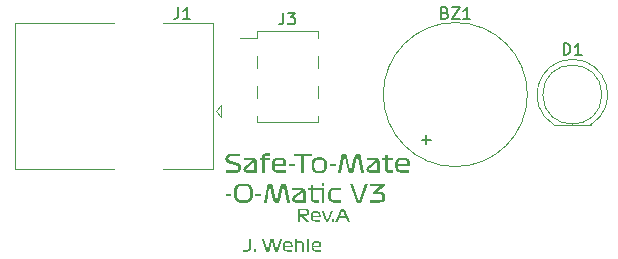
<source format=gto>
%TF.GenerationSoftware,KiCad,Pcbnew,7.0.6*%
%TF.CreationDate,2023-08-20T20:53:31-04:00*%
%TF.ProjectId,Safe-To-Mate-O-Matic-v3,53616665-2d54-46f2-9d4d-6174652d4f2d,rev?*%
%TF.SameCoordinates,Original*%
%TF.FileFunction,Legend,Top*%
%TF.FilePolarity,Positive*%
%FSLAX46Y46*%
G04 Gerber Fmt 4.6, Leading zero omitted, Abs format (unit mm)*
G04 Created by KiCad (PCBNEW 7.0.6) date 2023-08-20 20:53:31*
%MOMM*%
%LPD*%
G01*
G04 APERTURE LIST*
%ADD10C,0.187500*%
%ADD11C,0.150000*%
%ADD12C,0.120000*%
G04 APERTURE END LIST*
D10*
G36*
X144179970Y-89288367D02*
G01*
X143781000Y-89176625D01*
X143755627Y-89169239D01*
X143730985Y-89161553D01*
X143707073Y-89153566D01*
X143683890Y-89145278D01*
X143661437Y-89136690D01*
X143639715Y-89127802D01*
X143618722Y-89118613D01*
X143598459Y-89109123D01*
X143578925Y-89099333D01*
X143560122Y-89089242D01*
X143542048Y-89078851D01*
X143524705Y-89068159D01*
X143508091Y-89057166D01*
X143492207Y-89045873D01*
X143477053Y-89034280D01*
X143462629Y-89022386D01*
X143449053Y-89010014D01*
X143436354Y-88996987D01*
X143424530Y-88983304D01*
X143413582Y-88968966D01*
X143403510Y-88953972D01*
X143394313Y-88938323D01*
X143385993Y-88922018D01*
X143378548Y-88905058D01*
X143371980Y-88887442D01*
X143366287Y-88869171D01*
X143361469Y-88850245D01*
X143357528Y-88830663D01*
X143354463Y-88810426D01*
X143352273Y-88789533D01*
X143350959Y-88767985D01*
X143350521Y-88745781D01*
X143351042Y-88723514D01*
X143352605Y-88701777D01*
X143355210Y-88680570D01*
X143358856Y-88659892D01*
X143363545Y-88639743D01*
X143369275Y-88620124D01*
X143376047Y-88601034D01*
X143383861Y-88582474D01*
X143392716Y-88564444D01*
X143402614Y-88546943D01*
X143413553Y-88529971D01*
X143425535Y-88513529D01*
X143438558Y-88497617D01*
X143452623Y-88482234D01*
X143467729Y-88467380D01*
X143483878Y-88453056D01*
X143501093Y-88439436D01*
X143519398Y-88426695D01*
X143538794Y-88414832D01*
X143559280Y-88403849D01*
X143580857Y-88393744D01*
X143603525Y-88384517D01*
X143627282Y-88376170D01*
X143652131Y-88368701D01*
X143678070Y-88362110D01*
X143705099Y-88356399D01*
X143733219Y-88351566D01*
X143762429Y-88347612D01*
X143777444Y-88345964D01*
X143792730Y-88344536D01*
X143808290Y-88343328D01*
X143824122Y-88342340D01*
X143840226Y-88341571D01*
X143856604Y-88341022D01*
X143873254Y-88340692D01*
X143890176Y-88340582D01*
X144625103Y-88340582D01*
X144625103Y-88541350D01*
X143863065Y-88541350D01*
X143844516Y-88541560D01*
X143826698Y-88542191D01*
X143809609Y-88543243D01*
X143793250Y-88544716D01*
X143777621Y-88546609D01*
X143762721Y-88548923D01*
X143741741Y-88553183D01*
X143722403Y-88558390D01*
X143704707Y-88564543D01*
X143688653Y-88571644D01*
X143674241Y-88579690D01*
X143661472Y-88588684D01*
X143653871Y-88595205D01*
X143640390Y-88608881D01*
X143628706Y-88623164D01*
X143618820Y-88638053D01*
X143610732Y-88653549D01*
X143604441Y-88669652D01*
X143599947Y-88686361D01*
X143597251Y-88703678D01*
X143596352Y-88721601D01*
X143596822Y-88736944D01*
X143598232Y-88751650D01*
X143601575Y-88770266D01*
X143606590Y-88787748D01*
X143613276Y-88804097D01*
X143621634Y-88819313D01*
X143631663Y-88833395D01*
X143643364Y-88846344D01*
X143649841Y-88852393D01*
X143664610Y-88864025D01*
X143677520Y-88872629D01*
X143692002Y-88881130D01*
X143708054Y-88889528D01*
X143725678Y-88897822D01*
X143744874Y-88906014D01*
X143758544Y-88911418D01*
X143772912Y-88916776D01*
X143787979Y-88922088D01*
X143803744Y-88927355D01*
X143820208Y-88932575D01*
X143837370Y-88937750D01*
X143846212Y-88940321D01*
X144245183Y-89056092D01*
X144270777Y-89063714D01*
X144295627Y-89071651D01*
X144319732Y-89079902D01*
X144343094Y-89088469D01*
X144365711Y-89097351D01*
X144387584Y-89106547D01*
X144408713Y-89116058D01*
X144429098Y-89125884D01*
X144448738Y-89136025D01*
X144467635Y-89146481D01*
X144485787Y-89157251D01*
X144503195Y-89168336D01*
X144519859Y-89179737D01*
X144535779Y-89191452D01*
X144550954Y-89203482D01*
X144565385Y-89215826D01*
X144579005Y-89228588D01*
X144591746Y-89241959D01*
X144603609Y-89255939D01*
X144614593Y-89270529D01*
X144624698Y-89285729D01*
X144633924Y-89301539D01*
X144642272Y-89317958D01*
X144649741Y-89334986D01*
X144656331Y-89352625D01*
X144662043Y-89370873D01*
X144666875Y-89389731D01*
X144670830Y-89409198D01*
X144673905Y-89429275D01*
X144676102Y-89449962D01*
X144677420Y-89471258D01*
X144677859Y-89493164D01*
X144677345Y-89517816D01*
X144675804Y-89541856D01*
X144673235Y-89565284D01*
X144669639Y-89588098D01*
X144665015Y-89610301D01*
X144659364Y-89631890D01*
X144652685Y-89652868D01*
X144644978Y-89673232D01*
X144636244Y-89692984D01*
X144626482Y-89712124D01*
X144615693Y-89730651D01*
X144603877Y-89748566D01*
X144591032Y-89765868D01*
X144577161Y-89782558D01*
X144562261Y-89798635D01*
X144546334Y-89814099D01*
X144529402Y-89828740D01*
X144511392Y-89842435D01*
X144492307Y-89855186D01*
X144472146Y-89866993D01*
X144450908Y-89877855D01*
X144428594Y-89887773D01*
X144405204Y-89896746D01*
X144380738Y-89904774D01*
X144355195Y-89911858D01*
X144328577Y-89917998D01*
X144300882Y-89923193D01*
X144272111Y-89927443D01*
X144257322Y-89929214D01*
X144242264Y-89930749D01*
X144226936Y-89932048D01*
X144211340Y-89933110D01*
X144195475Y-89933937D01*
X144179341Y-89934527D01*
X144162937Y-89934881D01*
X144146265Y-89935000D01*
X143392653Y-89935000D01*
X143392653Y-89734232D01*
X144169346Y-89734232D01*
X144186409Y-89734014D01*
X144202885Y-89733362D01*
X144218775Y-89732274D01*
X144234078Y-89730751D01*
X144248794Y-89728794D01*
X144269768Y-89725041D01*
X144289422Y-89720310D01*
X144307755Y-89714600D01*
X144324769Y-89707911D01*
X144340462Y-89700243D01*
X144354835Y-89691596D01*
X144367888Y-89681971D01*
X144371945Y-89678545D01*
X144383403Y-89667762D01*
X144393734Y-89656296D01*
X144402938Y-89644148D01*
X144411014Y-89631318D01*
X144417964Y-89617805D01*
X144423787Y-89603609D01*
X144428483Y-89588730D01*
X144432052Y-89573169D01*
X144434494Y-89556925D01*
X144435808Y-89539999D01*
X144436059Y-89528335D01*
X144435589Y-89510282D01*
X144434178Y-89493078D01*
X144431828Y-89476725D01*
X144428537Y-89461222D01*
X144424306Y-89446569D01*
X144419135Y-89432766D01*
X144410777Y-89415684D01*
X144400748Y-89400113D01*
X144389047Y-89386054D01*
X144382570Y-89379591D01*
X144367703Y-89367106D01*
X144354592Y-89357945D01*
X144339801Y-89348958D01*
X144323328Y-89340145D01*
X144305175Y-89331506D01*
X144285341Y-89323041D01*
X144271185Y-89317494D01*
X144256281Y-89312024D01*
X144240630Y-89306631D01*
X144224233Y-89301316D01*
X144207088Y-89296078D01*
X144189196Y-89290918D01*
X144179970Y-89288367D01*
G37*
G36*
X145575654Y-88668966D02*
G01*
X145604657Y-88669939D01*
X145632712Y-88671886D01*
X145659820Y-88674805D01*
X145685981Y-88678698D01*
X145711194Y-88683564D01*
X145735460Y-88689402D01*
X145758779Y-88696215D01*
X145781150Y-88704000D01*
X145802574Y-88712758D01*
X145823050Y-88722490D01*
X145842579Y-88733194D01*
X145861160Y-88744872D01*
X145878795Y-88757523D01*
X145895481Y-88771148D01*
X145911221Y-88785745D01*
X145918735Y-88793408D01*
X145933109Y-88809308D01*
X145946556Y-88825866D01*
X145959075Y-88843082D01*
X145970667Y-88860957D01*
X145981332Y-88879490D01*
X145991069Y-88898681D01*
X145999879Y-88918530D01*
X146007762Y-88939038D01*
X146014717Y-88960204D01*
X146020745Y-88982029D01*
X146025845Y-89004512D01*
X146030018Y-89027653D01*
X146033264Y-89051452D01*
X146035582Y-89075910D01*
X146036973Y-89101026D01*
X146037437Y-89126800D01*
X146037437Y-89935000D01*
X145260745Y-89935000D01*
X145238475Y-89934712D01*
X145216821Y-89933849D01*
X145195782Y-89932411D01*
X145175359Y-89930397D01*
X145155551Y-89927808D01*
X145136358Y-89924644D01*
X145117781Y-89920904D01*
X145099819Y-89916590D01*
X145082473Y-89911700D01*
X145065742Y-89906234D01*
X145049626Y-89900193D01*
X145034126Y-89893577D01*
X145019241Y-89886386D01*
X145004971Y-89878619D01*
X144991317Y-89870278D01*
X144978278Y-89861360D01*
X144965945Y-89851798D01*
X144954407Y-89841611D01*
X144943665Y-89830800D01*
X144933719Y-89819366D01*
X144924568Y-89807307D01*
X144916214Y-89794625D01*
X144908654Y-89781318D01*
X144901891Y-89767388D01*
X144895923Y-89752833D01*
X144890751Y-89737655D01*
X144886375Y-89721853D01*
X144882794Y-89705426D01*
X144880009Y-89688376D01*
X144878020Y-89670702D01*
X144876827Y-89652404D01*
X144876452Y-89634581D01*
X145115665Y-89634581D01*
X145116639Y-89650457D01*
X145119564Y-89664885D01*
X145125648Y-89680285D01*
X145134539Y-89693598D01*
X145146239Y-89704825D01*
X145155598Y-89711151D01*
X145171089Y-89718995D01*
X145184784Y-89724292D01*
X145199196Y-89728462D01*
X145214322Y-89731505D01*
X145230165Y-89733420D01*
X145246723Y-89734209D01*
X145250120Y-89734232D01*
X145806628Y-89734232D01*
X145806628Y-89041071D01*
X145241694Y-89473381D01*
X145227343Y-89484337D01*
X145213781Y-89494859D01*
X145201010Y-89504945D01*
X145189029Y-89514596D01*
X145175163Y-89526049D01*
X145162532Y-89536822D01*
X145151135Y-89546915D01*
X145149004Y-89548852D01*
X145137674Y-89561242D01*
X145128688Y-89575333D01*
X145122046Y-89591124D01*
X145118302Y-89605581D01*
X145116185Y-89621220D01*
X145115665Y-89634581D01*
X144876452Y-89634581D01*
X144876429Y-89633482D01*
X144877082Y-89614260D01*
X144879043Y-89595477D01*
X144882312Y-89577132D01*
X144886887Y-89559224D01*
X144892770Y-89541755D01*
X144899960Y-89524723D01*
X144908458Y-89508129D01*
X144918263Y-89491974D01*
X144929375Y-89476256D01*
X144941795Y-89460976D01*
X144950801Y-89451032D01*
X144965320Y-89436017D01*
X144980850Y-89420648D01*
X144991765Y-89410206D01*
X145003129Y-89399605D01*
X145014943Y-89388848D01*
X145027206Y-89377933D01*
X145039919Y-89366860D01*
X145053081Y-89355630D01*
X145066692Y-89344243D01*
X145080753Y-89332698D01*
X145095263Y-89320996D01*
X145110222Y-89309136D01*
X145125631Y-89297119D01*
X145141489Y-89284945D01*
X145157796Y-89272613D01*
X145689025Y-88869612D01*
X144891083Y-88869612D01*
X144891083Y-88668845D01*
X145560797Y-88668845D01*
X145575654Y-88668966D01*
G37*
G36*
X146439705Y-89935000D02*
G01*
X146439705Y-88869612D01*
X146236006Y-88869612D01*
X146236006Y-88668845D01*
X146439705Y-88668845D01*
X146440094Y-88644716D01*
X146441262Y-88621423D01*
X146443208Y-88598966D01*
X146445933Y-88577345D01*
X146449437Y-88556560D01*
X146453718Y-88536610D01*
X146458779Y-88517496D01*
X146464618Y-88499218D01*
X146471235Y-88481776D01*
X146478631Y-88465169D01*
X146486806Y-88449398D01*
X146495759Y-88434463D01*
X146505490Y-88420364D01*
X146516000Y-88407100D01*
X146527289Y-88394672D01*
X146539356Y-88383080D01*
X146552189Y-88372256D01*
X146565683Y-88362129D01*
X146579838Y-88352701D01*
X146594654Y-88343971D01*
X146610132Y-88335940D01*
X146626270Y-88328607D01*
X146643070Y-88321972D01*
X146660531Y-88316036D01*
X146678653Y-88310798D01*
X146697437Y-88306258D01*
X146716881Y-88302417D01*
X146736987Y-88299275D01*
X146757754Y-88296830D01*
X146779182Y-88295084D01*
X146801271Y-88294037D01*
X146824021Y-88293688D01*
X147139094Y-88293688D01*
X147139094Y-88481266D01*
X146804970Y-88481266D01*
X146786755Y-88481781D01*
X146769845Y-88483327D01*
X146754240Y-88485903D01*
X146739941Y-88489509D01*
X146723901Y-88495466D01*
X146709902Y-88503033D01*
X146697941Y-88512210D01*
X146695794Y-88514239D01*
X146686189Y-88525725D01*
X146678212Y-88539806D01*
X146671864Y-88556480D01*
X146667957Y-88571687D01*
X146665092Y-88588554D01*
X146663268Y-88607081D01*
X146662585Y-88622066D01*
X146662454Y-88632575D01*
X146662454Y-88668845D01*
X147139094Y-88668845D01*
X147139094Y-88869612D01*
X146670881Y-88869612D01*
X146670881Y-89935000D01*
X146439705Y-89935000D01*
G37*
G36*
X147976078Y-88645520D02*
G01*
X147992868Y-88645890D01*
X148009386Y-88646505D01*
X148025633Y-88647366D01*
X148041609Y-88648474D01*
X148057313Y-88649828D01*
X148072747Y-88651428D01*
X148087909Y-88653274D01*
X148102800Y-88655366D01*
X148117420Y-88657705D01*
X148145846Y-88663120D01*
X148173188Y-88669520D01*
X148199444Y-88676905D01*
X148224616Y-88685274D01*
X148248703Y-88694627D01*
X148271705Y-88704966D01*
X148293623Y-88716289D01*
X148314455Y-88728596D01*
X148334203Y-88741888D01*
X148352866Y-88756165D01*
X148370445Y-88771427D01*
X148386993Y-88787627D01*
X148402473Y-88804812D01*
X148416886Y-88822981D01*
X148430231Y-88842135D01*
X148442508Y-88862273D01*
X148453718Y-88883397D01*
X148463860Y-88905504D01*
X148472935Y-88928597D01*
X148480942Y-88952674D01*
X148487882Y-88977735D01*
X148493753Y-89003782D01*
X148498558Y-89030812D01*
X148502294Y-89058828D01*
X148504963Y-89087828D01*
X148505898Y-89102697D01*
X148506565Y-89117813D01*
X148506965Y-89133174D01*
X148507099Y-89148782D01*
X148507099Y-89385453D01*
X147516083Y-89385453D01*
X147516083Y-89487669D01*
X147516391Y-89503079D01*
X147517314Y-89517985D01*
X147519852Y-89539401D01*
X147523775Y-89559682D01*
X147529083Y-89578830D01*
X147535775Y-89596845D01*
X147543852Y-89613727D01*
X147553314Y-89629475D01*
X147564160Y-89644089D01*
X147576390Y-89657570D01*
X147590005Y-89669918D01*
X147594852Y-89673782D01*
X147610348Y-89684585D01*
X147627301Y-89694325D01*
X147645708Y-89703003D01*
X147665571Y-89710619D01*
X147679622Y-89715105D01*
X147694319Y-89719119D01*
X147709664Y-89722661D01*
X147725655Y-89725731D01*
X147742293Y-89728329D01*
X147759578Y-89730454D01*
X147777510Y-89732107D01*
X147796089Y-89733287D01*
X147815314Y-89733996D01*
X147835187Y-89734232D01*
X148467165Y-89734232D01*
X148467165Y-89935000D01*
X147866694Y-89935000D01*
X147850517Y-89934888D01*
X147834500Y-89934553D01*
X147818643Y-89933995D01*
X147802946Y-89933213D01*
X147787410Y-89932209D01*
X147772034Y-89930981D01*
X147756819Y-89929530D01*
X147741764Y-89927855D01*
X147726869Y-89925958D01*
X147712134Y-89923837D01*
X147697559Y-89921493D01*
X147675998Y-89917558D01*
X147654798Y-89913121D01*
X147633958Y-89908181D01*
X147627092Y-89906423D01*
X147606898Y-89900778D01*
X147587258Y-89894561D01*
X147568172Y-89887770D01*
X147549640Y-89880405D01*
X147531662Y-89872468D01*
X147514237Y-89863958D01*
X147497366Y-89854874D01*
X147481050Y-89845217D01*
X147465287Y-89834987D01*
X147450078Y-89824184D01*
X147440246Y-89816664D01*
X147425979Y-89804827D01*
X147412305Y-89792398D01*
X147399223Y-89779376D01*
X147386734Y-89765762D01*
X147374837Y-89751555D01*
X147363533Y-89736756D01*
X147352821Y-89721365D01*
X147342701Y-89705381D01*
X147333174Y-89688804D01*
X147324240Y-89671635D01*
X147318613Y-89659860D01*
X147310756Y-89641662D01*
X147303672Y-89622787D01*
X147297361Y-89603236D01*
X147291823Y-89583009D01*
X147287057Y-89562106D01*
X147283064Y-89540527D01*
X147280832Y-89525765D01*
X147278943Y-89510702D01*
X147277397Y-89495339D01*
X147276195Y-89479676D01*
X147275336Y-89463712D01*
X147274821Y-89447447D01*
X147274649Y-89430882D01*
X147274649Y-89208499D01*
X147274792Y-89191185D01*
X147274955Y-89184685D01*
X147516083Y-89184685D01*
X148265665Y-89184685D01*
X148265665Y-89111046D01*
X148265443Y-89093768D01*
X148264777Y-89077106D01*
X148263668Y-89061059D01*
X148262115Y-89045627D01*
X148260119Y-89030811D01*
X148256293Y-89009740D01*
X148251468Y-88990054D01*
X148245645Y-88971753D01*
X148238824Y-88954836D01*
X148231005Y-88939304D01*
X148222187Y-88925156D01*
X148212372Y-88912393D01*
X148208878Y-88908447D01*
X148197353Y-88897316D01*
X148183934Y-88887281D01*
X148168622Y-88878340D01*
X148151416Y-88870494D01*
X148132317Y-88863743D01*
X148111325Y-88858086D01*
X148096278Y-88854923D01*
X148080390Y-88852247D01*
X148063660Y-88850058D01*
X148046089Y-88848354D01*
X148027677Y-88847138D01*
X148008422Y-88846408D01*
X147988327Y-88846165D01*
X147812106Y-88846165D01*
X147792496Y-88846454D01*
X147773603Y-88847321D01*
X147755425Y-88848767D01*
X147737963Y-88850790D01*
X147721216Y-88853392D01*
X147705184Y-88856572D01*
X147689869Y-88860330D01*
X147675269Y-88864666D01*
X147661384Y-88869581D01*
X147641899Y-88878036D01*
X147624023Y-88887793D01*
X147607758Y-88898851D01*
X147593103Y-88911209D01*
X147584227Y-88920170D01*
X147572049Y-88935008D01*
X147561069Y-88951907D01*
X147551286Y-88970866D01*
X147545430Y-88984651D01*
X147540107Y-88999351D01*
X147535315Y-89014967D01*
X147531056Y-89031499D01*
X147527330Y-89048948D01*
X147524135Y-89067312D01*
X147521474Y-89086591D01*
X147519344Y-89106787D01*
X147517747Y-89127899D01*
X147516682Y-89149927D01*
X147516150Y-89172870D01*
X147516083Y-89184685D01*
X147274955Y-89184685D01*
X147275219Y-89174140D01*
X147275931Y-89157362D01*
X147276928Y-89140853D01*
X147278209Y-89124613D01*
X147279775Y-89108641D01*
X147281627Y-89092937D01*
X147283762Y-89077501D01*
X147286183Y-89062334D01*
X147288889Y-89047435D01*
X147291879Y-89032804D01*
X147295154Y-89018442D01*
X147302559Y-88990522D01*
X147311102Y-88963676D01*
X147320785Y-88937903D01*
X147331607Y-88913204D01*
X147343569Y-88889578D01*
X147356669Y-88867025D01*
X147370909Y-88845545D01*
X147386287Y-88825139D01*
X147402805Y-88805806D01*
X147420462Y-88787547D01*
X147439203Y-88770333D01*
X147458970Y-88754230D01*
X147479766Y-88739238D01*
X147501589Y-88725356D01*
X147524439Y-88712585D01*
X147548318Y-88700924D01*
X147573223Y-88690374D01*
X147599156Y-88680935D01*
X147626117Y-88672606D01*
X147654105Y-88665387D01*
X147668485Y-88662194D01*
X147683121Y-88659279D01*
X147698014Y-88656642D01*
X147713164Y-88654282D01*
X147728571Y-88652199D01*
X147744235Y-88650395D01*
X147760156Y-88648868D01*
X147776334Y-88647618D01*
X147792768Y-88646647D01*
X147809459Y-88645953D01*
X147826408Y-88645536D01*
X147843613Y-88645397D01*
X147959018Y-88645397D01*
X147976078Y-88645520D01*
G37*
G36*
X148748166Y-89395711D02*
G01*
X148748166Y-89194944D01*
X149243491Y-89194944D01*
X149243491Y-89395711D01*
X148748166Y-89395711D01*
G37*
G36*
X149778016Y-89935000D02*
G01*
X149778016Y-88541350D01*
X149147870Y-88541350D01*
X149147870Y-88340582D01*
X150649230Y-88340582D01*
X150649230Y-88541350D01*
X150019450Y-88541350D01*
X150019450Y-89935000D01*
X149778016Y-89935000D01*
G37*
G36*
X151391949Y-88632352D02*
G01*
X151409003Y-88632783D01*
X151425794Y-88633503D01*
X151442323Y-88634509D01*
X151458590Y-88635804D01*
X151474593Y-88637386D01*
X151490335Y-88639256D01*
X151505813Y-88641413D01*
X151521029Y-88643858D01*
X151535982Y-88646591D01*
X151550673Y-88649611D01*
X151565101Y-88652919D01*
X151593169Y-88660398D01*
X151620187Y-88669028D01*
X151646155Y-88678808D01*
X151671072Y-88689739D01*
X151694939Y-88701820D01*
X151717755Y-88715052D01*
X151739521Y-88729435D01*
X151760236Y-88744968D01*
X151779901Y-88761652D01*
X151798515Y-88779487D01*
X151816084Y-88798356D01*
X151832518Y-88818144D01*
X151847820Y-88838850D01*
X151861988Y-88860476D01*
X151875022Y-88883020D01*
X151886923Y-88906483D01*
X151897691Y-88930865D01*
X151907325Y-88956166D01*
X151915826Y-88982385D01*
X151923194Y-89009523D01*
X151929427Y-89037580D01*
X151934528Y-89066556D01*
X151936653Y-89081388D01*
X151938495Y-89096450D01*
X151940053Y-89111742D01*
X151941329Y-89127264D01*
X151942320Y-89143015D01*
X151943029Y-89158996D01*
X151943454Y-89175206D01*
X151943595Y-89191646D01*
X151943595Y-89399009D01*
X151943454Y-89415449D01*
X151943029Y-89431659D01*
X151942320Y-89447640D01*
X151941329Y-89463391D01*
X151940053Y-89478913D01*
X151938495Y-89494205D01*
X151936653Y-89509267D01*
X151934528Y-89524099D01*
X151932119Y-89538702D01*
X151926452Y-89567218D01*
X151919652Y-89594816D01*
X151911717Y-89621494D01*
X151902650Y-89647254D01*
X151892449Y-89672096D01*
X151881115Y-89696018D01*
X151868647Y-89719022D01*
X151855045Y-89741107D01*
X151840311Y-89762273D01*
X151824443Y-89782520D01*
X151807441Y-89801849D01*
X151798515Y-89811168D01*
X151779901Y-89829003D01*
X151760236Y-89845687D01*
X151739521Y-89861220D01*
X151717755Y-89875603D01*
X151694939Y-89888835D01*
X151671072Y-89900916D01*
X151646155Y-89911847D01*
X151620187Y-89921627D01*
X151593169Y-89930257D01*
X151565101Y-89937736D01*
X151550673Y-89941044D01*
X151535982Y-89944064D01*
X151521029Y-89946797D01*
X151505813Y-89949242D01*
X151490335Y-89951399D01*
X151474593Y-89953269D01*
X151458590Y-89954851D01*
X151442323Y-89956146D01*
X151425794Y-89957152D01*
X151409003Y-89957872D01*
X151391949Y-89958303D01*
X151374632Y-89958447D01*
X151217095Y-89958447D01*
X151198861Y-89958303D01*
X151180934Y-89957872D01*
X151163313Y-89957152D01*
X151145998Y-89956146D01*
X151128989Y-89954851D01*
X151112286Y-89953269D01*
X151095890Y-89951399D01*
X151079800Y-89949242D01*
X151064016Y-89946797D01*
X151048539Y-89944064D01*
X151033368Y-89941044D01*
X151018503Y-89937736D01*
X151003944Y-89934140D01*
X150989692Y-89930257D01*
X150962106Y-89921627D01*
X150935745Y-89911847D01*
X150910608Y-89900916D01*
X150886698Y-89888835D01*
X150864012Y-89875603D01*
X150842551Y-89861220D01*
X150822315Y-89845687D01*
X150803304Y-89829003D01*
X150785518Y-89811168D01*
X150768881Y-89792299D01*
X150753318Y-89772511D01*
X150738828Y-89751804D01*
X150725411Y-89730179D01*
X150713068Y-89707635D01*
X150701798Y-89684172D01*
X150691601Y-89659790D01*
X150682478Y-89634489D01*
X150674428Y-89608270D01*
X150667451Y-89581132D01*
X150661548Y-89553075D01*
X150656718Y-89524099D01*
X150654706Y-89509267D01*
X150652961Y-89494205D01*
X150651486Y-89478913D01*
X150650278Y-89463391D01*
X150649339Y-89447640D01*
X150648668Y-89431659D01*
X150648649Y-89430882D01*
X150889565Y-89430882D01*
X150889832Y-89451774D01*
X150890630Y-89471949D01*
X150891961Y-89491410D01*
X150893824Y-89510154D01*
X150896220Y-89528183D01*
X150899148Y-89545497D01*
X150902609Y-89562095D01*
X150906601Y-89577978D01*
X150911127Y-89593144D01*
X150916184Y-89607596D01*
X150921774Y-89621332D01*
X150931157Y-89640594D01*
X150941738Y-89658246D01*
X150953517Y-89674288D01*
X150957709Y-89679277D01*
X150971291Y-89693289D01*
X150986483Y-89705922D01*
X151003285Y-89717177D01*
X151021697Y-89727053D01*
X151041719Y-89735552D01*
X151055961Y-89740452D01*
X151070919Y-89744740D01*
X151086593Y-89748415D01*
X151102982Y-89751477D01*
X151120087Y-89753928D01*
X151137907Y-89755765D01*
X151156442Y-89756990D01*
X151175694Y-89757603D01*
X151185588Y-89757679D01*
X151403941Y-89757679D01*
X151424776Y-89757373D01*
X151444785Y-89756454D01*
X151463966Y-89754923D01*
X151482320Y-89752779D01*
X151499847Y-89750023D01*
X151516546Y-89746654D01*
X151532419Y-89742673D01*
X151547464Y-89738079D01*
X151561682Y-89732872D01*
X151581458Y-89723914D01*
X151599373Y-89713578D01*
X151615427Y-89701864D01*
X151629620Y-89688771D01*
X151638048Y-89679277D01*
X151649505Y-89663772D01*
X151659836Y-89646657D01*
X151669040Y-89627931D01*
X151677117Y-89607596D01*
X151681875Y-89593144D01*
X151686133Y-89577978D01*
X151689890Y-89562095D01*
X151693145Y-89545497D01*
X151695900Y-89528183D01*
X151698154Y-89510154D01*
X151699907Y-89491410D01*
X151701160Y-89471949D01*
X151701911Y-89451774D01*
X151702161Y-89430882D01*
X151702161Y-89159773D01*
X151701911Y-89138881D01*
X151701160Y-89118706D01*
X151699907Y-89099245D01*
X151698154Y-89080501D01*
X151695900Y-89062472D01*
X151693145Y-89045158D01*
X151689890Y-89028560D01*
X151686133Y-89012677D01*
X151681875Y-88997511D01*
X151677117Y-88983059D01*
X151671858Y-88969323D01*
X151663029Y-88950061D01*
X151653074Y-88932409D01*
X151641992Y-88916367D01*
X151638048Y-88911378D01*
X151625096Y-88897366D01*
X151610283Y-88884733D01*
X151593608Y-88873478D01*
X151575073Y-88863602D01*
X151554677Y-88855103D01*
X151540045Y-88850203D01*
X151524586Y-88845915D01*
X151508300Y-88842240D01*
X151491187Y-88839177D01*
X151473246Y-88836727D01*
X151454479Y-88834890D01*
X151434884Y-88833665D01*
X151414462Y-88833052D01*
X151403941Y-88832976D01*
X151185588Y-88832976D01*
X151165979Y-88833282D01*
X151147085Y-88834201D01*
X151128907Y-88835732D01*
X151111445Y-88837876D01*
X151094698Y-88840632D01*
X151078667Y-88844001D01*
X151063351Y-88847982D01*
X151048751Y-88852576D01*
X151034866Y-88857783D01*
X151015381Y-88866741D01*
X150997506Y-88877077D01*
X150981240Y-88888791D01*
X150966585Y-88901884D01*
X150957709Y-88911378D01*
X150945531Y-88926883D01*
X150934551Y-88943998D01*
X150924769Y-88962724D01*
X150916184Y-88983059D01*
X150911127Y-88997511D01*
X150906601Y-89012677D01*
X150902609Y-89028560D01*
X150899148Y-89045158D01*
X150896220Y-89062472D01*
X150893824Y-89080501D01*
X150891961Y-89099245D01*
X150890630Y-89118706D01*
X150889832Y-89138881D01*
X150889565Y-89159773D01*
X150889565Y-89430882D01*
X150648649Y-89430882D01*
X150648266Y-89415449D01*
X150648131Y-89399009D01*
X150648131Y-89191646D01*
X150648266Y-89175206D01*
X150648668Y-89158996D01*
X150649339Y-89143015D01*
X150650278Y-89127264D01*
X150651486Y-89111742D01*
X150652961Y-89096450D01*
X150654706Y-89081388D01*
X150656718Y-89066556D01*
X150658999Y-89051953D01*
X150664366Y-89023437D01*
X150670806Y-88995839D01*
X150678319Y-88969161D01*
X150686906Y-88943401D01*
X150696566Y-88918559D01*
X150707299Y-88894637D01*
X150719106Y-88871633D01*
X150731986Y-88849548D01*
X150745939Y-88828382D01*
X150760966Y-88808135D01*
X150777065Y-88788806D01*
X150785518Y-88779487D01*
X150803304Y-88761652D01*
X150822315Y-88744968D01*
X150842551Y-88729435D01*
X150864012Y-88715052D01*
X150886698Y-88701820D01*
X150910608Y-88689739D01*
X150935745Y-88678808D01*
X150962106Y-88669028D01*
X150989692Y-88660398D01*
X151003944Y-88656515D01*
X151018503Y-88652919D01*
X151033368Y-88649611D01*
X151048539Y-88646591D01*
X151064016Y-88643858D01*
X151079800Y-88641413D01*
X151095890Y-88639256D01*
X151112286Y-88637386D01*
X151128989Y-88635804D01*
X151145998Y-88634509D01*
X151163313Y-88633503D01*
X151180934Y-88632783D01*
X151198861Y-88632352D01*
X151217095Y-88632208D01*
X151374632Y-88632208D01*
X151391949Y-88632352D01*
G37*
G36*
X152184663Y-89395711D02*
G01*
X152184663Y-89194944D01*
X152679988Y-89194944D01*
X152679988Y-89395711D01*
X152184663Y-89395711D01*
G37*
G36*
X152878923Y-89935000D02*
G01*
X153120357Y-88607662D01*
X153123665Y-88590528D01*
X153127267Y-88573933D01*
X153131164Y-88557876D01*
X153135356Y-88542357D01*
X153139842Y-88527376D01*
X153144623Y-88512934D01*
X153149700Y-88499029D01*
X153157867Y-88479181D01*
X153166697Y-88460544D01*
X153176190Y-88443117D01*
X153186347Y-88426901D01*
X153197168Y-88411896D01*
X153208651Y-88398101D01*
X153220966Y-88385465D01*
X153234278Y-88374072D01*
X153248589Y-88363921D01*
X153263898Y-88355014D01*
X153280205Y-88347349D01*
X153297510Y-88340927D01*
X153315814Y-88335748D01*
X153335116Y-88331812D01*
X153355416Y-88329119D01*
X153376714Y-88327669D01*
X153391467Y-88327393D01*
X153407732Y-88327728D01*
X153423461Y-88328733D01*
X153438655Y-88330407D01*
X153453314Y-88332751D01*
X153474299Y-88337523D01*
X153494079Y-88343802D01*
X153512655Y-88351588D01*
X153530027Y-88360881D01*
X153546195Y-88371681D01*
X153561158Y-88383988D01*
X153574917Y-88397802D01*
X153587472Y-88413122D01*
X153599191Y-88429488D01*
X153610304Y-88446576D01*
X153620812Y-88464385D01*
X153630714Y-88482915D01*
X153640012Y-88502166D01*
X153648703Y-88522139D01*
X153654162Y-88535854D01*
X153659351Y-88549891D01*
X153664271Y-88564248D01*
X153668922Y-88578925D01*
X153673304Y-88593923D01*
X153677417Y-88609242D01*
X153681261Y-88624881D01*
X153937350Y-89711884D01*
X153940940Y-89726412D01*
X153945564Y-89741651D01*
X153950905Y-89755115D01*
X153960614Y-89766930D01*
X153975085Y-89770868D01*
X153990128Y-89767648D01*
X154000364Y-89756214D01*
X154005425Y-89741953D01*
X154009707Y-89726676D01*
X154012821Y-89713715D01*
X154273306Y-88624881D01*
X154277125Y-88609242D01*
X154281257Y-88593923D01*
X154285701Y-88578925D01*
X154290456Y-88564248D01*
X154295524Y-88549891D01*
X154300903Y-88535854D01*
X154306595Y-88522139D01*
X154312598Y-88508743D01*
X154322189Y-88489252D01*
X154332481Y-88470481D01*
X154343475Y-88452432D01*
X154355171Y-88435104D01*
X154367569Y-88418498D01*
X154371858Y-88413122D01*
X154385386Y-88397802D01*
X154399868Y-88383988D01*
X154415302Y-88371681D01*
X154431690Y-88360881D01*
X154449030Y-88351588D01*
X154467324Y-88343802D01*
X154486571Y-88337523D01*
X154506771Y-88332751D01*
X154527925Y-88329486D01*
X154542556Y-88328147D01*
X154557612Y-88327477D01*
X154565298Y-88327393D01*
X154581298Y-88327669D01*
X154596783Y-88328498D01*
X154611752Y-88329879D01*
X154633240Y-88332986D01*
X154653569Y-88337336D01*
X154672739Y-88342930D01*
X154690749Y-88349766D01*
X154707601Y-88357845D01*
X154723293Y-88367167D01*
X154737826Y-88377731D01*
X154751199Y-88389539D01*
X154759471Y-88398101D01*
X154771151Y-88411896D01*
X154782149Y-88426901D01*
X154792463Y-88443117D01*
X154802095Y-88460544D01*
X154811045Y-88479181D01*
X154819312Y-88499029D01*
X154824444Y-88512934D01*
X154829272Y-88527376D01*
X154833797Y-88542357D01*
X154838019Y-88557876D01*
X154841938Y-88573933D01*
X154845553Y-88590528D01*
X154848864Y-88607662D01*
X155085902Y-89935000D01*
X154829813Y-89935000D01*
X154611460Y-88585680D01*
X154608873Y-88570934D01*
X154604544Y-88555850D01*
X154597743Y-88542661D01*
X154596439Y-88540983D01*
X154584532Y-88531366D01*
X154569328Y-88528161D01*
X154554101Y-88530615D01*
X154541118Y-88537978D01*
X154537821Y-88540983D01*
X154529045Y-88553589D01*
X154522598Y-88568658D01*
X154518007Y-88583702D01*
X154516938Y-88587878D01*
X154260849Y-89687337D01*
X154256791Y-89704174D01*
X154252492Y-89720522D01*
X154247952Y-89736380D01*
X154243172Y-89751749D01*
X154238152Y-89766628D01*
X154232891Y-89781018D01*
X154227390Y-89794918D01*
X154218688Y-89814851D01*
X154209444Y-89833683D01*
X154199659Y-89851413D01*
X154189334Y-89868042D01*
X154178468Y-89883570D01*
X154167060Y-89897997D01*
X154154852Y-89911157D01*
X154141446Y-89923023D01*
X154126842Y-89933594D01*
X154111041Y-89942871D01*
X154094041Y-89950853D01*
X154075844Y-89957541D01*
X154056449Y-89962934D01*
X154035856Y-89967033D01*
X154014065Y-89969838D01*
X153998873Y-89970989D01*
X153983147Y-89971564D01*
X153975085Y-89971636D01*
X153958573Y-89971323D01*
X153942651Y-89970382D01*
X153927318Y-89968815D01*
X153912574Y-89966621D01*
X153891565Y-89962155D01*
X153871882Y-89956279D01*
X153853526Y-89948992D01*
X153836497Y-89940295D01*
X153820794Y-89930187D01*
X153806418Y-89918669D01*
X153793368Y-89905741D01*
X153781645Y-89891402D01*
X153770931Y-89876049D01*
X153760771Y-89860078D01*
X153751164Y-89843489D01*
X153742112Y-89826281D01*
X153733613Y-89808455D01*
X153725669Y-89790011D01*
X153718278Y-89770948D01*
X153711440Y-89751268D01*
X153705157Y-89730969D01*
X153699428Y-89710052D01*
X153695916Y-89695764D01*
X153441659Y-88590076D01*
X153437867Y-88575330D01*
X153433276Y-88561225D01*
X153427151Y-88547715D01*
X153422608Y-88540983D01*
X153411059Y-88531780D01*
X153396794Y-88528273D01*
X153393299Y-88528161D01*
X153378465Y-88530978D01*
X153365564Y-88539431D01*
X153363990Y-88540983D01*
X153355781Y-88553280D01*
X153350672Y-88567619D01*
X153347420Y-88583706D01*
X153347137Y-88585680D01*
X153124754Y-89935000D01*
X152878923Y-89935000D01*
G37*
G36*
X155984796Y-88668966D02*
G01*
X156013798Y-88669939D01*
X156041854Y-88671886D01*
X156068962Y-88674805D01*
X156095123Y-88678698D01*
X156120336Y-88683564D01*
X156144602Y-88689402D01*
X156167920Y-88696215D01*
X156190292Y-88704000D01*
X156211715Y-88712758D01*
X156232192Y-88722490D01*
X156251720Y-88733194D01*
X156270302Y-88744872D01*
X156287936Y-88757523D01*
X156304623Y-88771148D01*
X156320362Y-88785745D01*
X156327877Y-88793408D01*
X156342251Y-88809308D01*
X156355697Y-88825866D01*
X156368217Y-88843082D01*
X156379809Y-88860957D01*
X156390473Y-88879490D01*
X156400211Y-88898681D01*
X156409021Y-88918530D01*
X156416903Y-88939038D01*
X156423858Y-88960204D01*
X156429886Y-88982029D01*
X156434987Y-89004512D01*
X156439160Y-89027653D01*
X156442406Y-89051452D01*
X156444724Y-89075910D01*
X156446115Y-89101026D01*
X156446579Y-89126800D01*
X156446579Y-89935000D01*
X155669886Y-89935000D01*
X155647617Y-89934712D01*
X155625963Y-89933849D01*
X155604924Y-89932411D01*
X155584501Y-89930397D01*
X155564693Y-89927808D01*
X155545500Y-89924644D01*
X155526923Y-89920904D01*
X155508961Y-89916590D01*
X155491614Y-89911700D01*
X155474883Y-89906234D01*
X155458768Y-89900193D01*
X155443267Y-89893577D01*
X155428382Y-89886386D01*
X155414113Y-89878619D01*
X155400458Y-89870278D01*
X155387420Y-89861360D01*
X155375086Y-89851798D01*
X155363549Y-89841611D01*
X155352807Y-89830800D01*
X155342861Y-89819366D01*
X155333710Y-89807307D01*
X155325355Y-89794625D01*
X155317796Y-89781318D01*
X155311033Y-89767388D01*
X155305065Y-89752833D01*
X155299893Y-89737655D01*
X155295517Y-89721853D01*
X155291936Y-89705426D01*
X155289151Y-89688376D01*
X155287162Y-89670702D01*
X155285968Y-89652404D01*
X155285593Y-89634581D01*
X155524806Y-89634581D01*
X155525781Y-89650457D01*
X155528706Y-89664885D01*
X155534790Y-89680285D01*
X155543681Y-89693598D01*
X155555380Y-89704825D01*
X155564740Y-89711151D01*
X155580230Y-89718995D01*
X155593926Y-89724292D01*
X155608337Y-89728462D01*
X155623464Y-89731505D01*
X155639306Y-89733420D01*
X155655864Y-89734209D01*
X155659262Y-89734232D01*
X156215769Y-89734232D01*
X156215769Y-89041071D01*
X155650836Y-89473381D01*
X155636484Y-89484337D01*
X155622923Y-89494859D01*
X155610152Y-89504945D01*
X155598171Y-89514596D01*
X155584305Y-89526049D01*
X155571674Y-89536822D01*
X155560277Y-89546915D01*
X155558145Y-89548852D01*
X155546815Y-89561242D01*
X155537829Y-89575333D01*
X155531188Y-89591124D01*
X155527443Y-89605581D01*
X155525327Y-89621220D01*
X155524806Y-89634581D01*
X155285593Y-89634581D01*
X155285570Y-89633482D01*
X155286224Y-89614260D01*
X155288185Y-89595477D01*
X155291453Y-89577132D01*
X155296029Y-89559224D01*
X155301912Y-89541755D01*
X155309102Y-89524723D01*
X155317600Y-89508129D01*
X155327405Y-89491974D01*
X155338517Y-89476256D01*
X155350936Y-89460976D01*
X155359942Y-89451032D01*
X155374461Y-89436017D01*
X155389991Y-89420648D01*
X155400906Y-89410206D01*
X155412271Y-89399605D01*
X155424085Y-89388848D01*
X155436348Y-89377933D01*
X155449060Y-89366860D01*
X155462222Y-89355630D01*
X155475834Y-89344243D01*
X155489894Y-89332698D01*
X155504404Y-89320996D01*
X155519364Y-89309136D01*
X155534772Y-89297119D01*
X155550631Y-89284945D01*
X155566938Y-89272613D01*
X156098166Y-88869612D01*
X155300225Y-88869612D01*
X155300225Y-88668845D01*
X155969939Y-88668845D01*
X155984796Y-88668966D01*
G37*
G36*
X156645148Y-88869612D02*
G01*
X156645148Y-88668845D01*
X156855075Y-88668845D01*
X156855075Y-88410924D01*
X157080023Y-88410924D01*
X157080023Y-88668845D01*
X157548236Y-88668845D01*
X157548236Y-88869612D01*
X157080023Y-88869612D01*
X157080023Y-89592815D01*
X157080543Y-89612101D01*
X157082106Y-89629841D01*
X157084711Y-89646035D01*
X157088357Y-89660684D01*
X157094381Y-89676822D01*
X157102032Y-89690544D01*
X157113362Y-89703824D01*
X157127470Y-89714158D01*
X157141469Y-89721136D01*
X157157509Y-89726630D01*
X157171808Y-89729956D01*
X157187413Y-89732331D01*
X157204323Y-89733757D01*
X157222538Y-89734232D01*
X157548236Y-89734232D01*
X157548236Y-89935000D01*
X157224736Y-89935000D01*
X157203006Y-89934653D01*
X157181872Y-89933614D01*
X157161332Y-89931883D01*
X157141389Y-89929458D01*
X157122040Y-89926341D01*
X157103287Y-89922532D01*
X157085129Y-89918029D01*
X157067566Y-89912834D01*
X157050599Y-89906947D01*
X157034227Y-89900367D01*
X157018450Y-89893094D01*
X157003269Y-89885128D01*
X156988683Y-89876470D01*
X156974693Y-89867119D01*
X156961298Y-89857076D01*
X156948498Y-89846339D01*
X156936431Y-89834912D01*
X156925142Y-89822795D01*
X156914632Y-89809988D01*
X156904900Y-89796491D01*
X156895947Y-89782304D01*
X156887773Y-89767428D01*
X156880377Y-89751862D01*
X156873759Y-89735606D01*
X156867921Y-89718660D01*
X156862860Y-89701024D01*
X156858578Y-89682699D01*
X156855075Y-89663684D01*
X156852350Y-89643979D01*
X156850404Y-89623584D01*
X156849236Y-89602500D01*
X156848847Y-89580725D01*
X156848847Y-88869612D01*
X156645148Y-88869612D01*
G37*
G36*
X158437976Y-88645520D02*
G01*
X158454766Y-88645890D01*
X158471284Y-88646505D01*
X158487531Y-88647366D01*
X158503507Y-88648474D01*
X158519212Y-88649828D01*
X158534645Y-88651428D01*
X158549807Y-88653274D01*
X158564698Y-88655366D01*
X158579318Y-88657705D01*
X158607744Y-88663120D01*
X158635086Y-88669520D01*
X158661342Y-88676905D01*
X158686514Y-88685274D01*
X158710601Y-88694627D01*
X158733603Y-88704966D01*
X158755521Y-88716289D01*
X158776354Y-88728596D01*
X158796101Y-88741888D01*
X158814765Y-88756165D01*
X158832343Y-88771427D01*
X158848891Y-88787627D01*
X158864371Y-88804812D01*
X158878784Y-88822981D01*
X158892129Y-88842135D01*
X158904406Y-88862273D01*
X158915616Y-88883397D01*
X158925759Y-88905504D01*
X158934833Y-88928597D01*
X158942840Y-88952674D01*
X158949780Y-88977735D01*
X158955652Y-89003782D01*
X158960456Y-89030812D01*
X158964192Y-89058828D01*
X158966861Y-89087828D01*
X158967796Y-89102697D01*
X158968463Y-89117813D01*
X158968863Y-89133174D01*
X158968997Y-89148782D01*
X158968997Y-89385453D01*
X157977981Y-89385453D01*
X157977981Y-89487669D01*
X157978289Y-89503079D01*
X157979212Y-89517985D01*
X157981751Y-89539401D01*
X157985674Y-89559682D01*
X157990981Y-89578830D01*
X157997673Y-89596845D01*
X158005750Y-89613727D01*
X158015212Y-89629475D01*
X158026058Y-89644089D01*
X158038288Y-89657570D01*
X158051904Y-89669918D01*
X158056750Y-89673782D01*
X158072246Y-89684585D01*
X158089199Y-89694325D01*
X158107606Y-89703003D01*
X158127469Y-89710619D01*
X158141520Y-89715105D01*
X158156218Y-89719119D01*
X158171562Y-89722661D01*
X158187553Y-89725731D01*
X158204191Y-89728329D01*
X158221476Y-89730454D01*
X158239408Y-89732107D01*
X158257987Y-89733287D01*
X158277212Y-89733996D01*
X158297085Y-89734232D01*
X158929063Y-89734232D01*
X158929063Y-89935000D01*
X158328592Y-89935000D01*
X158312415Y-89934888D01*
X158296398Y-89934553D01*
X158280541Y-89933995D01*
X158264845Y-89933213D01*
X158249308Y-89932209D01*
X158233933Y-89930981D01*
X158218717Y-89929530D01*
X158203662Y-89927855D01*
X158188767Y-89925958D01*
X158174032Y-89923837D01*
X158159458Y-89921493D01*
X158137896Y-89917558D01*
X158116696Y-89913121D01*
X158095856Y-89908181D01*
X158088990Y-89906423D01*
X158068796Y-89900778D01*
X158049156Y-89894561D01*
X158030070Y-89887770D01*
X158011538Y-89880405D01*
X157993560Y-89872468D01*
X157976135Y-89863958D01*
X157959265Y-89854874D01*
X157942948Y-89845217D01*
X157927185Y-89834987D01*
X157911976Y-89824184D01*
X157902144Y-89816664D01*
X157887877Y-89804827D01*
X157874203Y-89792398D01*
X157861121Y-89779376D01*
X157848632Y-89765762D01*
X157836735Y-89751555D01*
X157825431Y-89736756D01*
X157814719Y-89721365D01*
X157804599Y-89705381D01*
X157795073Y-89688804D01*
X157786138Y-89671635D01*
X157780511Y-89659860D01*
X157772654Y-89641662D01*
X157765570Y-89622787D01*
X157759259Y-89603236D01*
X157753721Y-89583009D01*
X157748955Y-89562106D01*
X157744962Y-89540527D01*
X157742730Y-89525765D01*
X157740841Y-89510702D01*
X157739295Y-89495339D01*
X157738093Y-89479676D01*
X157737234Y-89463712D01*
X157736719Y-89447447D01*
X157736547Y-89430882D01*
X157736547Y-89208499D01*
X157736690Y-89191185D01*
X157736853Y-89184685D01*
X157977981Y-89184685D01*
X158727563Y-89184685D01*
X158727563Y-89111046D01*
X158727341Y-89093768D01*
X158726675Y-89077106D01*
X158725566Y-89061059D01*
X158724014Y-89045627D01*
X158722017Y-89030811D01*
X158718191Y-89009740D01*
X158713366Y-88990054D01*
X158707543Y-88971753D01*
X158700722Y-88954836D01*
X158692903Y-88939304D01*
X158684086Y-88925156D01*
X158674270Y-88912393D01*
X158670776Y-88908447D01*
X158659251Y-88897316D01*
X158645832Y-88887281D01*
X158630520Y-88878340D01*
X158613314Y-88870494D01*
X158594215Y-88863743D01*
X158573223Y-88858086D01*
X158558176Y-88854923D01*
X158542288Y-88852247D01*
X158525559Y-88850058D01*
X158507987Y-88848354D01*
X158489575Y-88847138D01*
X158470321Y-88846408D01*
X158450225Y-88846165D01*
X158274004Y-88846165D01*
X158254395Y-88846454D01*
X158235501Y-88847321D01*
X158217323Y-88848767D01*
X158199861Y-88850790D01*
X158183114Y-88853392D01*
X158167083Y-88856572D01*
X158151767Y-88860330D01*
X158137167Y-88864666D01*
X158123282Y-88869581D01*
X158103797Y-88878036D01*
X158085921Y-88887793D01*
X158069656Y-88898851D01*
X158055001Y-88911209D01*
X158046125Y-88920170D01*
X158033947Y-88935008D01*
X158022967Y-88951907D01*
X158013185Y-88970866D01*
X158007328Y-88984651D01*
X158002005Y-88999351D01*
X157997213Y-89014967D01*
X157992954Y-89031499D01*
X157989228Y-89048948D01*
X157986033Y-89067312D01*
X157983372Y-89086591D01*
X157981242Y-89106787D01*
X157979645Y-89127899D01*
X157978580Y-89149927D01*
X157978048Y-89172870D01*
X157977981Y-89184685D01*
X157736853Y-89184685D01*
X157737117Y-89174140D01*
X157737829Y-89157362D01*
X157738826Y-89140853D01*
X157740107Y-89124613D01*
X157741674Y-89108641D01*
X157743525Y-89092937D01*
X157745661Y-89077501D01*
X157748081Y-89062334D01*
X157750787Y-89047435D01*
X157753777Y-89032804D01*
X157757052Y-89018442D01*
X157764457Y-88990522D01*
X157773001Y-88963676D01*
X157782683Y-88937903D01*
X157793505Y-88913204D01*
X157805467Y-88889578D01*
X157818567Y-88867025D01*
X157832807Y-88845545D01*
X157848185Y-88825139D01*
X157864703Y-88805806D01*
X157882360Y-88787547D01*
X157901101Y-88770333D01*
X157920869Y-88754230D01*
X157941664Y-88739238D01*
X157963487Y-88725356D01*
X157986338Y-88712585D01*
X158010216Y-88700924D01*
X158035121Y-88690374D01*
X158061054Y-88680935D01*
X158088015Y-88672606D01*
X158116003Y-88665387D01*
X158130383Y-88662194D01*
X158145019Y-88659279D01*
X158159912Y-88656642D01*
X158175062Y-88654282D01*
X158190469Y-88652199D01*
X158206133Y-88650395D01*
X158222054Y-88648868D01*
X158238232Y-88647618D01*
X158254666Y-88646647D01*
X158271358Y-88645953D01*
X158288306Y-88645536D01*
X158305511Y-88645397D01*
X158420916Y-88645397D01*
X158437976Y-88645520D01*
G37*
G36*
X143361146Y-91915711D02*
G01*
X143361146Y-91714944D01*
X143856471Y-91714944D01*
X143856471Y-91915711D01*
X143361146Y-91915711D01*
G37*
G36*
X145001761Y-90847582D02*
G01*
X145023759Y-90848149D01*
X145045370Y-90849093D01*
X145066595Y-90850416D01*
X145087433Y-90852116D01*
X145107885Y-90854194D01*
X145127951Y-90856650D01*
X145147630Y-90859483D01*
X145166923Y-90862695D01*
X145185829Y-90866284D01*
X145204349Y-90870251D01*
X145222483Y-90874596D01*
X145240230Y-90879318D01*
X145257591Y-90884419D01*
X145274565Y-90889897D01*
X145291153Y-90895753D01*
X145307363Y-90901963D01*
X145323204Y-90908501D01*
X145338676Y-90915369D01*
X145353778Y-90922566D01*
X145368512Y-90930093D01*
X145382876Y-90937948D01*
X145396871Y-90946133D01*
X145410496Y-90954646D01*
X145423753Y-90963489D01*
X145436640Y-90972661D01*
X145449158Y-90982162D01*
X145461306Y-90991992D01*
X145473086Y-91002152D01*
X145484496Y-91012641D01*
X145495537Y-91023458D01*
X145506209Y-91034605D01*
X145516573Y-91046061D01*
X145526599Y-91057806D01*
X145536288Y-91069841D01*
X145545639Y-91082164D01*
X145554652Y-91094776D01*
X145563327Y-91107678D01*
X145571665Y-91120868D01*
X145579665Y-91134348D01*
X145587327Y-91148117D01*
X145594651Y-91162174D01*
X145601638Y-91176521D01*
X145608287Y-91191157D01*
X145614598Y-91206082D01*
X145620572Y-91221296D01*
X145626207Y-91236800D01*
X145631505Y-91252592D01*
X145636474Y-91268603D01*
X145641122Y-91284855D01*
X145645450Y-91301347D01*
X145649457Y-91318080D01*
X145653144Y-91335053D01*
X145656510Y-91352266D01*
X145659555Y-91369720D01*
X145662280Y-91387414D01*
X145664684Y-91405349D01*
X145666768Y-91423524D01*
X145668531Y-91441939D01*
X145669974Y-91460595D01*
X145671096Y-91479492D01*
X145671897Y-91498628D01*
X145672378Y-91518006D01*
X145672538Y-91537623D01*
X145672538Y-91790415D01*
X145672378Y-91809768D01*
X145671897Y-91828900D01*
X145671096Y-91847812D01*
X145669974Y-91866504D01*
X145668531Y-91884975D01*
X145666768Y-91903226D01*
X145664684Y-91921257D01*
X145662280Y-91939067D01*
X145659555Y-91956657D01*
X145656510Y-91974026D01*
X145653144Y-91991175D01*
X145649457Y-92008104D01*
X145645450Y-92024812D01*
X145641122Y-92041300D01*
X145636474Y-92057567D01*
X145631505Y-92073614D01*
X145626207Y-92089358D01*
X145620572Y-92104807D01*
X145614598Y-92119961D01*
X145608287Y-92134820D01*
X145601638Y-92149384D01*
X145594651Y-92163654D01*
X145587327Y-92177629D01*
X145579665Y-92191309D01*
X145571665Y-92204694D01*
X145563327Y-92217784D01*
X145554652Y-92230580D01*
X145545639Y-92243081D01*
X145536288Y-92255287D01*
X145526599Y-92267198D01*
X145516573Y-92278814D01*
X145506209Y-92290136D01*
X145495537Y-92301154D01*
X145484496Y-92311860D01*
X145473086Y-92322254D01*
X145461306Y-92332336D01*
X145449158Y-92342106D01*
X145436640Y-92351565D01*
X145423753Y-92360711D01*
X145410496Y-92369545D01*
X145396871Y-92378067D01*
X145382876Y-92386278D01*
X145368512Y-92394176D01*
X145353778Y-92401762D01*
X145338676Y-92409037D01*
X145323204Y-92415999D01*
X145307363Y-92422649D01*
X145291153Y-92428988D01*
X145274565Y-92434977D01*
X145257591Y-92440580D01*
X145240230Y-92445796D01*
X145222483Y-92450626D01*
X145204349Y-92455070D01*
X145185829Y-92459127D01*
X145166923Y-92462798D01*
X145147630Y-92466082D01*
X145127951Y-92468980D01*
X145107885Y-92471492D01*
X145087433Y-92473617D01*
X145066595Y-92475356D01*
X145045370Y-92476708D01*
X145023759Y-92477674D01*
X145001761Y-92478254D01*
X144979377Y-92478447D01*
X144769450Y-92478447D01*
X144747062Y-92478254D01*
X144725052Y-92477674D01*
X144703419Y-92476708D01*
X144682164Y-92475356D01*
X144661287Y-92473617D01*
X144640788Y-92471492D01*
X144620666Y-92468980D01*
X144600923Y-92466082D01*
X144581557Y-92462798D01*
X144562569Y-92459127D01*
X144543959Y-92455070D01*
X144525726Y-92450626D01*
X144507872Y-92445796D01*
X144490395Y-92440580D01*
X144473296Y-92434977D01*
X144456575Y-92428988D01*
X144440231Y-92422649D01*
X144424261Y-92415999D01*
X144408666Y-92409037D01*
X144393446Y-92401762D01*
X144378601Y-92394176D01*
X144364131Y-92386278D01*
X144350036Y-92378067D01*
X144336316Y-92369545D01*
X144322971Y-92360711D01*
X144310001Y-92351565D01*
X144297406Y-92342106D01*
X144285185Y-92332336D01*
X144273340Y-92322254D01*
X144261870Y-92311860D01*
X144250774Y-92301154D01*
X144240054Y-92290136D01*
X144229738Y-92278814D01*
X144219767Y-92267198D01*
X144210138Y-92255287D01*
X144200853Y-92243081D01*
X144191911Y-92230580D01*
X144183313Y-92217784D01*
X144175059Y-92204694D01*
X144167147Y-92191309D01*
X144159580Y-92177629D01*
X144152355Y-92163654D01*
X144145475Y-92149384D01*
X144138937Y-92134820D01*
X144132744Y-92119961D01*
X144126893Y-92104807D01*
X144121386Y-92089358D01*
X144116223Y-92073614D01*
X144111387Y-92057567D01*
X144106863Y-92041300D01*
X144102652Y-92024812D01*
X144098752Y-92008104D01*
X144095164Y-91991175D01*
X144091888Y-91974026D01*
X144088924Y-91956657D01*
X144086273Y-91939067D01*
X144083933Y-91921257D01*
X144081905Y-91903226D01*
X144080189Y-91884975D01*
X144078785Y-91866504D01*
X144077829Y-91850132D01*
X144338972Y-91850132D01*
X144339333Y-91876414D01*
X144340415Y-91901864D01*
X144342218Y-91926480D01*
X144344743Y-91950264D01*
X144347988Y-91973215D01*
X144351955Y-91995333D01*
X144356644Y-92016617D01*
X144362053Y-92037069D01*
X144368184Y-92056689D01*
X144375036Y-92075475D01*
X144382610Y-92093428D01*
X144390904Y-92110548D01*
X144399920Y-92126836D01*
X144409658Y-92142290D01*
X144420116Y-92156912D01*
X144431296Y-92170701D01*
X144443313Y-92183655D01*
X144456283Y-92195774D01*
X144470207Y-92207057D01*
X144485083Y-92217504D01*
X144500912Y-92227115D01*
X144517695Y-92235891D01*
X144535431Y-92243831D01*
X144554120Y-92250935D01*
X144573762Y-92257203D01*
X144594357Y-92262635D01*
X144615905Y-92267232D01*
X144638406Y-92270993D01*
X144661861Y-92273918D01*
X144686268Y-92276008D01*
X144711629Y-92277261D01*
X144737943Y-92277679D01*
X145010884Y-92277679D01*
X145037416Y-92277261D01*
X145062971Y-92276008D01*
X145087550Y-92273918D01*
X145111154Y-92270993D01*
X145133781Y-92267232D01*
X145155432Y-92262635D01*
X145176107Y-92257203D01*
X145195807Y-92250935D01*
X145214530Y-92243831D01*
X145232277Y-92235891D01*
X145249048Y-92227115D01*
X145264843Y-92217504D01*
X145279663Y-92207057D01*
X145293506Y-92195774D01*
X145306373Y-92183655D01*
X145318264Y-92170701D01*
X145329355Y-92156912D01*
X145339731Y-92142290D01*
X145349391Y-92126836D01*
X145358335Y-92110548D01*
X145366564Y-92093428D01*
X145374077Y-92075475D01*
X145380875Y-92056689D01*
X145386957Y-92037069D01*
X145392324Y-92016617D01*
X145396975Y-91995333D01*
X145400911Y-91973215D01*
X145404131Y-91950264D01*
X145406635Y-91926480D01*
X145408424Y-91901864D01*
X145409497Y-91876414D01*
X145409855Y-91850132D01*
X145409855Y-91475708D01*
X145409497Y-91449164D01*
X145408424Y-91423478D01*
X145406635Y-91398651D01*
X145404131Y-91374683D01*
X145400911Y-91351573D01*
X145396975Y-91329322D01*
X145392324Y-91307930D01*
X145386957Y-91287397D01*
X145380875Y-91267722D01*
X145374077Y-91248905D01*
X145366564Y-91230948D01*
X145358335Y-91213849D01*
X145349391Y-91197609D01*
X145339731Y-91182227D01*
X145329355Y-91167704D01*
X145318264Y-91154040D01*
X145306373Y-91141219D01*
X145293506Y-91129225D01*
X145279663Y-91118058D01*
X145264843Y-91107718D01*
X145249048Y-91098205D01*
X145232277Y-91089520D01*
X145214530Y-91081662D01*
X145195807Y-91074631D01*
X145176107Y-91068427D01*
X145155432Y-91063050D01*
X145133781Y-91058500D01*
X145111154Y-91054778D01*
X145087550Y-91051883D01*
X145062971Y-91049815D01*
X145037416Y-91048574D01*
X145010884Y-91048161D01*
X144737943Y-91048161D01*
X144711629Y-91048574D01*
X144686268Y-91049815D01*
X144661861Y-91051883D01*
X144638406Y-91054778D01*
X144615905Y-91058500D01*
X144594357Y-91063050D01*
X144573762Y-91068427D01*
X144554120Y-91074631D01*
X144535431Y-91081662D01*
X144517695Y-91089520D01*
X144500912Y-91098205D01*
X144485083Y-91107718D01*
X144470207Y-91118058D01*
X144456283Y-91129225D01*
X144443313Y-91141219D01*
X144431296Y-91154040D01*
X144420116Y-91167704D01*
X144409658Y-91182227D01*
X144399920Y-91197609D01*
X144390904Y-91213849D01*
X144382610Y-91230948D01*
X144375036Y-91248905D01*
X144368184Y-91267722D01*
X144362053Y-91287397D01*
X144356644Y-91307930D01*
X144351955Y-91329322D01*
X144347988Y-91351573D01*
X144344743Y-91374683D01*
X144342218Y-91398651D01*
X144340415Y-91423478D01*
X144339333Y-91449164D01*
X144338972Y-91475708D01*
X144338972Y-91850132D01*
X144077829Y-91850132D01*
X144077693Y-91847812D01*
X144076913Y-91828900D01*
X144076445Y-91809768D01*
X144076289Y-91790415D01*
X144076289Y-91537623D01*
X144076445Y-91518006D01*
X144076913Y-91498628D01*
X144077693Y-91479492D01*
X144078785Y-91460595D01*
X144080189Y-91441939D01*
X144081905Y-91423524D01*
X144083933Y-91405349D01*
X144086273Y-91387414D01*
X144088924Y-91369720D01*
X144091888Y-91352266D01*
X144095164Y-91335053D01*
X144098752Y-91318080D01*
X144102652Y-91301347D01*
X144106863Y-91284855D01*
X144111387Y-91268603D01*
X144116223Y-91252592D01*
X144121386Y-91236800D01*
X144126893Y-91221296D01*
X144132744Y-91206082D01*
X144138937Y-91191157D01*
X144145475Y-91176521D01*
X144152355Y-91162174D01*
X144159580Y-91148117D01*
X144167147Y-91134348D01*
X144175059Y-91120868D01*
X144183313Y-91107678D01*
X144191911Y-91094776D01*
X144200853Y-91082164D01*
X144210138Y-91069841D01*
X144219767Y-91057806D01*
X144229738Y-91046061D01*
X144240054Y-91034605D01*
X144250774Y-91023458D01*
X144261870Y-91012641D01*
X144273340Y-91002152D01*
X144285185Y-90991992D01*
X144297406Y-90982162D01*
X144310001Y-90972661D01*
X144322971Y-90963489D01*
X144336316Y-90954646D01*
X144350036Y-90946133D01*
X144364131Y-90937948D01*
X144378601Y-90930093D01*
X144393446Y-90922566D01*
X144408666Y-90915369D01*
X144424261Y-90908501D01*
X144440231Y-90901963D01*
X144456575Y-90895753D01*
X144473296Y-90889897D01*
X144490395Y-90884419D01*
X144507872Y-90879318D01*
X144525726Y-90874596D01*
X144543959Y-90870251D01*
X144562569Y-90866284D01*
X144581557Y-90862695D01*
X144600923Y-90859483D01*
X144620666Y-90856650D01*
X144640788Y-90854194D01*
X144661287Y-90852116D01*
X144682164Y-90850416D01*
X144703419Y-90849093D01*
X144725052Y-90848149D01*
X144747062Y-90847582D01*
X144769450Y-90847393D01*
X144979377Y-90847393D01*
X145001761Y-90847582D01*
G37*
G36*
X145891990Y-91915711D02*
G01*
X145891990Y-91714944D01*
X146387315Y-91714944D01*
X146387315Y-91915711D01*
X145891990Y-91915711D01*
G37*
G36*
X146586251Y-92455000D02*
G01*
X146827685Y-91127662D01*
X146830992Y-91110528D01*
X146834594Y-91093933D01*
X146838491Y-91077876D01*
X146842683Y-91062357D01*
X146847169Y-91047376D01*
X146851951Y-91032934D01*
X146857027Y-91019029D01*
X146865194Y-90999181D01*
X146874024Y-90980544D01*
X146883518Y-90963117D01*
X146893675Y-90946901D01*
X146904495Y-90931896D01*
X146915979Y-90918101D01*
X146928293Y-90905465D01*
X146941605Y-90894072D01*
X146955916Y-90883921D01*
X146971225Y-90875014D01*
X146987532Y-90867349D01*
X147004838Y-90860927D01*
X147023141Y-90855748D01*
X147042443Y-90851812D01*
X147062743Y-90849119D01*
X147084041Y-90847669D01*
X147098794Y-90847393D01*
X147115059Y-90847728D01*
X147130788Y-90848733D01*
X147145982Y-90850407D01*
X147160641Y-90852751D01*
X147181626Y-90857523D01*
X147201406Y-90863802D01*
X147219983Y-90871588D01*
X147237354Y-90880881D01*
X147253522Y-90891681D01*
X147268485Y-90903988D01*
X147282244Y-90917802D01*
X147294799Y-90933122D01*
X147306518Y-90949488D01*
X147317631Y-90966576D01*
X147328139Y-90984385D01*
X147338042Y-91002915D01*
X147347339Y-91022166D01*
X147356031Y-91042139D01*
X147361489Y-91055854D01*
X147366678Y-91069891D01*
X147371598Y-91084248D01*
X147376249Y-91098925D01*
X147380632Y-91113923D01*
X147384745Y-91129242D01*
X147388588Y-91144881D01*
X147644677Y-92231884D01*
X147648267Y-92246412D01*
X147652892Y-92261651D01*
X147658233Y-92275115D01*
X147667941Y-92286930D01*
X147682413Y-92290868D01*
X147697455Y-92287648D01*
X147707692Y-92276214D01*
X147712752Y-92261953D01*
X147717034Y-92246676D01*
X147720148Y-92233715D01*
X147980633Y-91144881D01*
X147984453Y-91129242D01*
X147988584Y-91113923D01*
X147993028Y-91098925D01*
X147997784Y-91084248D01*
X148002851Y-91069891D01*
X148008231Y-91055854D01*
X148013922Y-91042139D01*
X148019926Y-91028743D01*
X148029516Y-91009252D01*
X148039808Y-90990481D01*
X148050802Y-90972432D01*
X148062498Y-90955104D01*
X148074896Y-90938498D01*
X148079185Y-90933122D01*
X148092713Y-90917802D01*
X148107195Y-90903988D01*
X148122629Y-90891681D01*
X148139017Y-90880881D01*
X148156358Y-90871588D01*
X148174652Y-90863802D01*
X148193899Y-90857523D01*
X148214099Y-90852751D01*
X148235252Y-90849486D01*
X148249884Y-90848147D01*
X148264939Y-90847477D01*
X148272625Y-90847393D01*
X148288625Y-90847669D01*
X148304110Y-90848498D01*
X148319079Y-90849879D01*
X148340567Y-90852986D01*
X148360896Y-90857336D01*
X148380066Y-90862930D01*
X148398077Y-90869766D01*
X148414928Y-90877845D01*
X148430620Y-90887167D01*
X148445153Y-90897731D01*
X148458527Y-90909539D01*
X148466799Y-90918101D01*
X148478479Y-90931896D01*
X148489476Y-90946901D01*
X148499791Y-90963117D01*
X148509423Y-90980544D01*
X148518372Y-90999181D01*
X148526639Y-91019029D01*
X148531771Y-91032934D01*
X148536600Y-91047376D01*
X148541125Y-91062357D01*
X148545346Y-91077876D01*
X148549265Y-91093933D01*
X148552880Y-91110528D01*
X148556191Y-91127662D01*
X148793229Y-92455000D01*
X148537140Y-92455000D01*
X148318787Y-91105680D01*
X148316200Y-91090934D01*
X148311871Y-91075850D01*
X148305070Y-91062661D01*
X148303766Y-91060983D01*
X148291860Y-91051366D01*
X148276655Y-91048161D01*
X148261428Y-91050615D01*
X148248445Y-91057978D01*
X148245148Y-91060983D01*
X148236373Y-91073589D01*
X148229925Y-91088658D01*
X148225334Y-91103702D01*
X148224265Y-91107878D01*
X147968177Y-92207337D01*
X147964118Y-92224174D01*
X147959819Y-92240522D01*
X147955280Y-92256380D01*
X147950500Y-92271749D01*
X147945479Y-92286628D01*
X147940219Y-92301018D01*
X147934717Y-92314918D01*
X147926015Y-92334851D01*
X147916771Y-92353683D01*
X147906987Y-92371413D01*
X147896661Y-92388042D01*
X147885795Y-92403570D01*
X147874387Y-92417997D01*
X147862179Y-92431157D01*
X147848773Y-92443023D01*
X147834170Y-92453594D01*
X147818368Y-92462871D01*
X147801369Y-92470853D01*
X147783171Y-92477541D01*
X147763776Y-92482934D01*
X147743183Y-92487033D01*
X147721392Y-92489838D01*
X147706200Y-92490989D01*
X147690475Y-92491564D01*
X147682413Y-92491636D01*
X147665900Y-92491323D01*
X147649978Y-92490382D01*
X147634645Y-92488815D01*
X147619902Y-92486621D01*
X147598892Y-92482155D01*
X147579210Y-92476279D01*
X147560853Y-92468992D01*
X147543824Y-92460295D01*
X147528121Y-92450187D01*
X147513745Y-92438669D01*
X147500695Y-92425741D01*
X147488972Y-92411402D01*
X147478258Y-92396049D01*
X147468098Y-92380078D01*
X147458492Y-92363489D01*
X147449439Y-92346281D01*
X147440941Y-92328455D01*
X147432996Y-92310011D01*
X147425605Y-92290948D01*
X147418768Y-92271268D01*
X147412484Y-92250969D01*
X147406755Y-92230052D01*
X147403243Y-92215764D01*
X147148986Y-91110076D01*
X147145195Y-91095330D01*
X147140604Y-91081225D01*
X147134478Y-91067715D01*
X147129935Y-91060983D01*
X147118386Y-91051780D01*
X147104121Y-91048273D01*
X147100626Y-91048161D01*
X147085793Y-91050978D01*
X147072891Y-91059431D01*
X147071317Y-91060983D01*
X147063108Y-91073280D01*
X147057999Y-91087619D01*
X147054747Y-91103706D01*
X147054464Y-91105680D01*
X146832081Y-92455000D01*
X146586251Y-92455000D01*
G37*
G36*
X149692123Y-91188966D02*
G01*
X149721126Y-91189939D01*
X149749181Y-91191886D01*
X149776289Y-91194805D01*
X149802450Y-91198698D01*
X149827663Y-91203564D01*
X149851929Y-91209402D01*
X149875248Y-91216215D01*
X149897619Y-91224000D01*
X149919043Y-91232758D01*
X149939519Y-91242490D01*
X149959048Y-91253194D01*
X149977629Y-91264872D01*
X149995263Y-91277523D01*
X150011950Y-91291148D01*
X150027690Y-91305745D01*
X150035204Y-91313408D01*
X150049578Y-91329308D01*
X150063025Y-91345866D01*
X150075544Y-91363082D01*
X150087136Y-91380957D01*
X150097801Y-91399490D01*
X150107538Y-91418681D01*
X150116348Y-91438530D01*
X150124230Y-91459038D01*
X150131186Y-91480204D01*
X150137214Y-91502029D01*
X150142314Y-91524512D01*
X150146487Y-91547653D01*
X150149733Y-91571452D01*
X150152051Y-91595910D01*
X150153442Y-91621026D01*
X150153906Y-91646800D01*
X150153906Y-92455000D01*
X149377214Y-92455000D01*
X149354944Y-92454712D01*
X149333290Y-92453849D01*
X149312251Y-92452411D01*
X149291828Y-92450397D01*
X149272020Y-92447808D01*
X149252827Y-92444644D01*
X149234250Y-92440904D01*
X149216288Y-92436590D01*
X149198942Y-92431700D01*
X149182211Y-92426234D01*
X149166095Y-92420193D01*
X149150595Y-92413577D01*
X149135710Y-92406386D01*
X149121440Y-92398619D01*
X149107786Y-92390278D01*
X149094747Y-92381360D01*
X149082414Y-92371798D01*
X149070876Y-92361611D01*
X149060134Y-92350800D01*
X149050188Y-92339366D01*
X149041037Y-92327307D01*
X149032682Y-92314625D01*
X149025123Y-92301318D01*
X149018360Y-92287388D01*
X149012392Y-92272833D01*
X149007220Y-92257655D01*
X149002844Y-92241853D01*
X148999263Y-92225426D01*
X148996478Y-92208376D01*
X148994489Y-92190702D01*
X148993295Y-92172404D01*
X148992921Y-92154581D01*
X149232133Y-92154581D01*
X149233108Y-92170457D01*
X149236033Y-92184885D01*
X149242117Y-92200285D01*
X149251008Y-92213598D01*
X149262708Y-92224825D01*
X149272067Y-92231151D01*
X149287558Y-92238995D01*
X149301253Y-92244292D01*
X149315665Y-92248462D01*
X149330791Y-92251505D01*
X149346634Y-92253420D01*
X149363192Y-92254209D01*
X149366589Y-92254232D01*
X149923096Y-92254232D01*
X149923096Y-91561071D01*
X149358163Y-91993381D01*
X149343812Y-92004337D01*
X149330250Y-92014859D01*
X149317479Y-92024945D01*
X149305498Y-92034596D01*
X149291632Y-92046049D01*
X149279001Y-92056822D01*
X149267604Y-92066915D01*
X149265473Y-92068852D01*
X149254143Y-92081242D01*
X149245157Y-92095333D01*
X149238515Y-92111124D01*
X149234771Y-92125581D01*
X149232654Y-92141220D01*
X149232133Y-92154581D01*
X148992921Y-92154581D01*
X148992898Y-92153482D01*
X148993551Y-92134260D01*
X148995512Y-92115477D01*
X148998781Y-92097132D01*
X149003356Y-92079224D01*
X149009239Y-92061755D01*
X149016429Y-92044723D01*
X149024927Y-92028129D01*
X149034732Y-92011974D01*
X149045844Y-91996256D01*
X149058264Y-91980976D01*
X149067270Y-91971032D01*
X149081789Y-91956017D01*
X149097319Y-91940648D01*
X149108234Y-91930206D01*
X149119598Y-91919605D01*
X149131412Y-91908848D01*
X149143675Y-91897933D01*
X149156388Y-91886860D01*
X149169550Y-91875630D01*
X149183161Y-91864243D01*
X149197222Y-91852698D01*
X149211732Y-91840996D01*
X149226691Y-91829136D01*
X149242100Y-91817119D01*
X149257958Y-91804945D01*
X149274265Y-91792613D01*
X149805494Y-91389612D01*
X149007552Y-91389612D01*
X149007552Y-91188845D01*
X149677266Y-91188845D01*
X149692123Y-91188966D01*
G37*
G36*
X150352475Y-91389612D02*
G01*
X150352475Y-91188845D01*
X150562402Y-91188845D01*
X150562402Y-90930924D01*
X150787350Y-90930924D01*
X150787350Y-91188845D01*
X151528505Y-91188845D01*
X151528505Y-91389612D01*
X150787350Y-91389612D01*
X150787350Y-92112815D01*
X150787871Y-92132101D01*
X150789434Y-92149841D01*
X150792038Y-92166035D01*
X150795685Y-92180684D01*
X150801708Y-92196822D01*
X150809359Y-92210544D01*
X150820689Y-92223824D01*
X150834797Y-92234158D01*
X150848797Y-92241136D01*
X150864836Y-92246630D01*
X150879136Y-92249956D01*
X150894740Y-92252331D01*
X150911650Y-92253757D01*
X150929866Y-92254232D01*
X151255563Y-92254232D01*
X151255563Y-92455000D01*
X150919607Y-92455000D01*
X150897859Y-92454683D01*
X150876760Y-92453734D01*
X150856311Y-92452153D01*
X150836511Y-92449939D01*
X150817362Y-92447093D01*
X150798862Y-92443614D01*
X150781011Y-92439502D01*
X150763811Y-92434758D01*
X150747260Y-92429381D01*
X150731359Y-92423372D01*
X150716108Y-92416730D01*
X150701506Y-92409456D01*
X150687554Y-92401549D01*
X150674252Y-92393010D01*
X150661600Y-92383838D01*
X150649597Y-92374033D01*
X150638284Y-92363491D01*
X150627701Y-92352200D01*
X150617848Y-92340159D01*
X150608724Y-92327367D01*
X150600331Y-92313826D01*
X150592667Y-92299535D01*
X150585734Y-92284494D01*
X150579530Y-92268703D01*
X150574056Y-92252162D01*
X150569312Y-92234872D01*
X150565297Y-92216831D01*
X150562013Y-92198041D01*
X150559458Y-92178500D01*
X150557634Y-92158210D01*
X150556539Y-92137170D01*
X150556174Y-92115380D01*
X150556174Y-91389612D01*
X150352475Y-91389612D01*
G37*
G36*
X151727074Y-91024713D02*
G01*
X151496265Y-91024713D01*
X151496265Y-90790240D01*
X151727074Y-90790240D01*
X151727074Y-91024713D01*
G37*
G36*
X151496265Y-92455000D02*
G01*
X151496265Y-91188845D01*
X151727074Y-91188845D01*
X151727074Y-92455000D01*
X151496265Y-92455000D01*
G37*
G36*
X152604150Y-91389612D02*
G01*
X152583770Y-91389864D01*
X152564119Y-91390620D01*
X152545199Y-91391879D01*
X152527008Y-91393642D01*
X152509547Y-91395909D01*
X152492816Y-91398680D01*
X152476814Y-91401954D01*
X152461543Y-91405732D01*
X152447001Y-91410014D01*
X152426558Y-91417381D01*
X152407756Y-91425882D01*
X152390597Y-91435516D01*
X152375080Y-91446284D01*
X152365647Y-91454092D01*
X152352749Y-91467035D01*
X152341119Y-91481819D01*
X152330758Y-91498445D01*
X152321666Y-91516912D01*
X152313843Y-91537222D01*
X152309332Y-91551785D01*
X152305385Y-91567166D01*
X152302002Y-91583367D01*
X152299182Y-91600385D01*
X152296927Y-91618223D01*
X152295235Y-91636879D01*
X152294108Y-91656353D01*
X152293544Y-91676646D01*
X152293473Y-91687100D01*
X152293473Y-91954912D01*
X152293755Y-91975838D01*
X152294601Y-91995934D01*
X152296011Y-92015199D01*
X152297984Y-92033635D01*
X152300522Y-92051240D01*
X152303623Y-92068016D01*
X152307288Y-92083961D01*
X152311517Y-92099077D01*
X152316310Y-92113362D01*
X152324556Y-92133234D01*
X152334071Y-92151238D01*
X152344855Y-92167374D01*
X152356907Y-92181643D01*
X152365647Y-92190118D01*
X152380069Y-92201576D01*
X152396134Y-92211907D01*
X152413841Y-92221111D01*
X152433190Y-92229187D01*
X152454181Y-92236137D01*
X152469087Y-92240144D01*
X152484724Y-92243651D01*
X152501090Y-92246656D01*
X152518186Y-92249160D01*
X152536012Y-92251164D01*
X152554568Y-92252667D01*
X152573853Y-92253668D01*
X152593869Y-92254169D01*
X152604150Y-92254232D01*
X153148201Y-92254232D01*
X153148201Y-92455000D01*
X152593526Y-92455000D01*
X152578525Y-92454870D01*
X152563703Y-92454480D01*
X152549059Y-92453831D01*
X152520305Y-92451753D01*
X152492264Y-92448636D01*
X152464935Y-92444480D01*
X152438319Y-92439285D01*
X152412416Y-92433051D01*
X152387226Y-92425778D01*
X152362748Y-92417466D01*
X152338983Y-92408115D01*
X152315931Y-92397725D01*
X152293591Y-92386297D01*
X152271964Y-92373829D01*
X152251050Y-92360322D01*
X152230848Y-92345776D01*
X152211359Y-92330191D01*
X152201882Y-92322009D01*
X152183737Y-92304875D01*
X152166763Y-92286718D01*
X152150959Y-92267540D01*
X152136326Y-92247340D01*
X152122864Y-92226118D01*
X152110572Y-92203874D01*
X152099451Y-92180608D01*
X152089500Y-92156321D01*
X152080720Y-92131012D01*
X152073111Y-92104681D01*
X152066672Y-92077328D01*
X152061404Y-92048953D01*
X152059209Y-92034383D01*
X152057307Y-92019557D01*
X152055698Y-92004476D01*
X152054381Y-91989139D01*
X152053356Y-91973546D01*
X152052625Y-91957699D01*
X152052186Y-91941595D01*
X152052039Y-91925237D01*
X152052039Y-91718607D01*
X152052186Y-91702249D01*
X152052625Y-91686145D01*
X152053356Y-91670298D01*
X152054381Y-91654705D01*
X152055698Y-91639369D01*
X152057307Y-91624287D01*
X152059209Y-91609461D01*
X152061404Y-91594891D01*
X152066672Y-91566516D01*
X152073111Y-91539163D01*
X152080720Y-91512832D01*
X152089500Y-91487523D01*
X152099451Y-91463236D01*
X152110572Y-91439970D01*
X152122864Y-91417726D01*
X152136326Y-91396504D01*
X152150959Y-91376304D01*
X152166763Y-91357126D01*
X152183737Y-91338969D01*
X152201882Y-91321835D01*
X152221015Y-91305731D01*
X152240860Y-91290665D01*
X152261418Y-91276639D01*
X152282688Y-91263652D01*
X152304672Y-91251703D01*
X152327368Y-91240794D01*
X152350776Y-91230924D01*
X152374898Y-91222092D01*
X152399732Y-91214300D01*
X152425279Y-91207546D01*
X152451538Y-91201832D01*
X152478510Y-91197156D01*
X152506195Y-91193520D01*
X152534593Y-91190923D01*
X152563703Y-91189364D01*
X152578525Y-91188974D01*
X152593526Y-91188845D01*
X153148201Y-91188845D01*
X153148201Y-91389612D01*
X152604150Y-91389612D01*
G37*
G36*
X154144712Y-90860582D02*
G01*
X154598271Y-92154947D01*
X154603916Y-92170460D01*
X154610453Y-92185355D01*
X154617917Y-92198499D01*
X154624649Y-92206971D01*
X154636570Y-92215748D01*
X154651436Y-92220195D01*
X154657256Y-92220526D01*
X154672623Y-92218282D01*
X154686027Y-92211550D01*
X154689496Y-92208803D01*
X154699154Y-92197409D01*
X154707184Y-92183129D01*
X154713510Y-92168936D01*
X154718072Y-92157145D01*
X155190682Y-90860582D01*
X155446771Y-90860582D01*
X154947050Y-92221992D01*
X154941713Y-92236111D01*
X154936236Y-92249893D01*
X154927758Y-92269932D01*
X154918964Y-92289211D01*
X154909855Y-92307730D01*
X154900430Y-92325490D01*
X154890689Y-92342489D01*
X154880633Y-92358729D01*
X154870262Y-92374208D01*
X154859575Y-92388928D01*
X154848572Y-92402888D01*
X154844834Y-92407372D01*
X154833112Y-92420074D01*
X154820341Y-92431526D01*
X154806519Y-92441730D01*
X154791648Y-92450683D01*
X154775728Y-92458388D01*
X154758757Y-92464843D01*
X154740737Y-92470048D01*
X154721667Y-92474005D01*
X154701547Y-92476712D01*
X154680378Y-92478169D01*
X154665682Y-92478447D01*
X154650392Y-92478182D01*
X154635571Y-92477388D01*
X154614221Y-92475204D01*
X154593926Y-92471828D01*
X154574688Y-92467261D01*
X154556505Y-92461502D01*
X154539379Y-92454553D01*
X154523309Y-92446411D01*
X154508296Y-92437079D01*
X154494338Y-92426555D01*
X154481437Y-92414839D01*
X154477371Y-92410669D01*
X154465663Y-92397697D01*
X154454444Y-92384197D01*
X154443715Y-92370168D01*
X154433476Y-92355612D01*
X154423726Y-92340527D01*
X154414465Y-92324914D01*
X154405694Y-92308774D01*
X154397412Y-92292105D01*
X154389619Y-92274908D01*
X154382316Y-92257183D01*
X154377720Y-92245073D01*
X153871771Y-90860582D01*
X154144712Y-90860582D01*
G37*
G36*
X155867723Y-91525167D02*
G01*
X156455738Y-91061350D01*
X155592584Y-91061350D01*
X155592584Y-90860582D01*
X156865333Y-90860582D01*
X156865333Y-91022149D01*
X156201847Y-91550812D01*
X156386495Y-91550812D01*
X156401602Y-91550903D01*
X156416468Y-91551173D01*
X156445480Y-91552255D01*
X156473529Y-91554058D01*
X156500617Y-91556583D01*
X156526744Y-91559828D01*
X156551908Y-91563796D01*
X156576111Y-91568484D01*
X156599353Y-91573893D01*
X156621632Y-91580024D01*
X156642950Y-91586876D01*
X156663306Y-91594450D01*
X156682700Y-91602745D01*
X156701133Y-91611761D01*
X156718604Y-91621498D01*
X156735113Y-91631956D01*
X156750661Y-91643136D01*
X156765301Y-91654972D01*
X156778997Y-91667396D01*
X156791748Y-91680411D01*
X156803555Y-91694015D01*
X156814417Y-91708209D01*
X156824335Y-91722992D01*
X156833308Y-91738365D01*
X156841336Y-91754328D01*
X156848420Y-91770880D01*
X156854560Y-91788022D01*
X156859755Y-91805753D01*
X156864005Y-91824074D01*
X156867311Y-91842985D01*
X156869672Y-91862485D01*
X156871089Y-91882575D01*
X156871561Y-91903255D01*
X156871561Y-92079476D01*
X156870999Y-92106487D01*
X156869312Y-92132381D01*
X156866499Y-92157160D01*
X156862562Y-92180822D01*
X156857501Y-92203367D01*
X156851314Y-92224797D01*
X156844002Y-92245110D01*
X156835566Y-92264307D01*
X156826005Y-92282388D01*
X156815319Y-92299352D01*
X156803508Y-92315200D01*
X156790572Y-92329932D01*
X156776511Y-92343547D01*
X156761326Y-92356047D01*
X156745015Y-92367430D01*
X156727580Y-92377697D01*
X156709114Y-92387058D01*
X156689621Y-92395814D01*
X156669101Y-92403968D01*
X156647552Y-92411517D01*
X156624977Y-92418462D01*
X156601373Y-92424803D01*
X156576742Y-92430540D01*
X156551084Y-92435674D01*
X156524398Y-92440203D01*
X156496685Y-92444129D01*
X156467944Y-92447450D01*
X156453188Y-92448885D01*
X156438175Y-92450168D01*
X156422906Y-92451300D01*
X156407379Y-92452282D01*
X156391596Y-92453112D01*
X156375556Y-92453792D01*
X156359258Y-92454320D01*
X156342704Y-92454698D01*
X156325894Y-92454924D01*
X156308826Y-92455000D01*
X155613833Y-92455000D01*
X155613833Y-92254232D01*
X156378069Y-92254232D01*
X156396076Y-92254053D01*
X156413371Y-92253516D01*
X156429953Y-92252622D01*
X156445823Y-92251370D01*
X156460980Y-92249760D01*
X156482379Y-92246674D01*
X156502174Y-92242783D01*
X156520366Y-92238087D01*
X156536955Y-92232586D01*
X156551940Y-92226281D01*
X156565321Y-92219170D01*
X156580668Y-92208436D01*
X156593720Y-92196220D01*
X156605031Y-92182653D01*
X156614603Y-92167736D01*
X156622434Y-92151467D01*
X156628524Y-92133847D01*
X156632875Y-92114876D01*
X156634996Y-92099761D01*
X156636138Y-92083887D01*
X156636355Y-92072882D01*
X156636355Y-91957110D01*
X156635866Y-91940561D01*
X156634398Y-91924571D01*
X156631950Y-91909142D01*
X156628524Y-91894273D01*
X156624119Y-91879965D01*
X156618736Y-91866216D01*
X156610034Y-91848757D01*
X156599593Y-91832293D01*
X156590620Y-91820599D01*
X156580668Y-91809466D01*
X156569389Y-91799121D01*
X156556436Y-91789794D01*
X156541809Y-91781484D01*
X156525507Y-91774192D01*
X156507531Y-91767917D01*
X156487881Y-91762660D01*
X156466556Y-91758420D01*
X156451409Y-91756159D01*
X156435518Y-91754350D01*
X156418882Y-91752993D01*
X156401503Y-91752089D01*
X156383379Y-91751637D01*
X156374039Y-91751580D01*
X155936966Y-91751580D01*
X155920997Y-91751026D01*
X155905832Y-91749362D01*
X155888698Y-91745901D01*
X155872722Y-91740844D01*
X155857906Y-91734189D01*
X155848672Y-91728866D01*
X155836299Y-91720013D01*
X155824272Y-91708838D01*
X155814841Y-91696751D01*
X155808004Y-91683753D01*
X155804709Y-91673911D01*
X155801738Y-91659387D01*
X155800485Y-91642539D01*
X155801617Y-91625797D01*
X155805134Y-91609160D01*
X155809105Y-91597341D01*
X155815631Y-91583306D01*
X155824217Y-91569503D01*
X155834865Y-91555932D01*
X155845312Y-91544799D01*
X155857190Y-91533828D01*
X155867723Y-91525167D01*
G37*
G36*
X144858167Y-96601280D02*
G01*
X144858167Y-96442463D01*
X145185478Y-96442463D01*
X145198579Y-96442242D01*
X145211208Y-96441579D01*
X145223363Y-96440474D01*
X145235046Y-96438927D01*
X145246255Y-96436938D01*
X145256992Y-96434507D01*
X145267255Y-96431634D01*
X145277045Y-96428318D01*
X145286363Y-96424561D01*
X145299452Y-96418097D01*
X145311476Y-96410638D01*
X145322437Y-96402184D01*
X145332333Y-96392736D01*
X145338339Y-96385885D01*
X145346587Y-96374879D01*
X145354024Y-96363080D01*
X145360650Y-96350487D01*
X145366465Y-96337100D01*
X145369891Y-96327734D01*
X145372956Y-96318015D01*
X145375660Y-96307944D01*
X145378004Y-96297520D01*
X145379987Y-96286743D01*
X145381610Y-96275613D01*
X145382872Y-96264130D01*
X145383773Y-96252294D01*
X145384314Y-96240106D01*
X145384495Y-96227564D01*
X145384495Y-95521328D01*
X145548026Y-95521328D01*
X145548026Y-96219624D01*
X145547933Y-96230276D01*
X145547654Y-96240799D01*
X145547189Y-96251192D01*
X145546537Y-96261456D01*
X145545700Y-96271591D01*
X145544676Y-96281596D01*
X145543466Y-96291472D01*
X145540488Y-96310836D01*
X145536766Y-96329682D01*
X145532299Y-96348010D01*
X145527088Y-96365821D01*
X145521133Y-96383114D01*
X145514433Y-96399889D01*
X145506988Y-96416147D01*
X145498799Y-96431887D01*
X145489866Y-96447109D01*
X145480188Y-96461814D01*
X145469765Y-96476001D01*
X145458599Y-96489671D01*
X145452736Y-96496312D01*
X145440386Y-96509023D01*
X145427157Y-96520914D01*
X145413050Y-96531984D01*
X145398065Y-96542235D01*
X145382202Y-96551666D01*
X145365461Y-96560276D01*
X145347841Y-96568067D01*
X145329343Y-96575038D01*
X145319765Y-96578215D01*
X145309967Y-96581188D01*
X145299950Y-96583956D01*
X145289713Y-96586518D01*
X145279256Y-96588876D01*
X145268580Y-96591029D01*
X145257685Y-96592976D01*
X145246569Y-96594719D01*
X145235235Y-96596257D01*
X145223680Y-96597589D01*
X145211907Y-96598717D01*
X145199913Y-96599639D01*
X145187700Y-96600357D01*
X145175268Y-96600869D01*
X145162616Y-96601177D01*
X145149744Y-96601280D01*
X144858167Y-96601280D01*
G37*
G36*
X145774836Y-96601280D02*
G01*
X145774836Y-96426581D01*
X145952760Y-96426581D01*
X145952760Y-96601280D01*
X145774836Y-96601280D01*
G37*
G36*
X146641130Y-95521328D02*
G01*
X146885807Y-96419385D01*
X146889135Y-96429847D01*
X146893109Y-96439492D01*
X146898262Y-96448315D01*
X146898710Y-96448915D01*
X146906657Y-96455683D01*
X146917002Y-96458308D01*
X146918563Y-96458345D01*
X146928476Y-96456967D01*
X146937174Y-96451148D01*
X146942168Y-96441812D01*
X146945735Y-96431420D01*
X146948589Y-96420874D01*
X147112120Y-95711163D01*
X147114854Y-95699792D01*
X147117719Y-95688697D01*
X147120716Y-95677878D01*
X147123845Y-95667333D01*
X147127106Y-95657064D01*
X147130499Y-95647070D01*
X147134023Y-95637352D01*
X147137680Y-95627908D01*
X147143411Y-95614259D01*
X147149440Y-95601230D01*
X147155765Y-95588820D01*
X147162386Y-95577030D01*
X147169304Y-95565858D01*
X147171676Y-95562272D01*
X147179327Y-95552117D01*
X147187854Y-95542960D01*
X147197257Y-95534803D01*
X147207538Y-95527644D01*
X147218695Y-95521484D01*
X147230729Y-95516323D01*
X147243640Y-95512161D01*
X147257428Y-95508998D01*
X147272092Y-95506833D01*
X147282356Y-95505945D01*
X147293009Y-95505501D01*
X147298481Y-95505446D01*
X147309630Y-95505679D01*
X147320369Y-95506380D01*
X147330699Y-95507548D01*
X147340620Y-95509184D01*
X147354735Y-95512513D01*
X147367930Y-95516893D01*
X147380204Y-95522324D01*
X147391557Y-95528807D01*
X147401990Y-95536341D01*
X147411503Y-95544926D01*
X147420096Y-95554563D01*
X147427768Y-95565250D01*
X147434816Y-95576679D01*
X147441537Y-95588631D01*
X147447931Y-95601106D01*
X147453998Y-95614105D01*
X147459738Y-95627627D01*
X147463383Y-95636933D01*
X147466882Y-95646471D01*
X147470236Y-95656242D01*
X147473444Y-95666246D01*
X147476507Y-95676482D01*
X147479425Y-95686951D01*
X147482197Y-95697652D01*
X147484824Y-95708586D01*
X147486083Y-95714141D01*
X147646885Y-96418144D01*
X147649406Y-96428000D01*
X147652716Y-96438369D01*
X147656870Y-96447522D01*
X147658796Y-96450404D01*
X147667233Y-96456359D01*
X147677012Y-96458275D01*
X147679641Y-96458345D01*
X147689753Y-96455987D01*
X147697260Y-96448915D01*
X147702379Y-96439492D01*
X147706150Y-96429847D01*
X147709419Y-96419385D01*
X147954096Y-95521328D01*
X148123334Y-95521328D01*
X147871709Y-96426085D01*
X147868423Y-96437250D01*
X147865017Y-96448101D01*
X147861491Y-96458637D01*
X147857844Y-96468860D01*
X147854077Y-96478769D01*
X147850190Y-96488363D01*
X147846183Y-96497644D01*
X147839947Y-96510975D01*
X147833440Y-96523601D01*
X147826663Y-96535519D01*
X147819615Y-96546731D01*
X147812297Y-96557236D01*
X147804709Y-96567035D01*
X147796597Y-96575993D01*
X147787709Y-96584070D01*
X147778044Y-96591266D01*
X147767602Y-96597581D01*
X147756385Y-96603014D01*
X147744391Y-96607567D01*
X147731620Y-96611238D01*
X147718073Y-96614028D01*
X147703750Y-96615937D01*
X147693769Y-96616721D01*
X147683444Y-96617112D01*
X147678152Y-96617161D01*
X147666631Y-96616953D01*
X147655520Y-96616328D01*
X147644817Y-96615285D01*
X147634524Y-96613827D01*
X147624640Y-96611951D01*
X147610580Y-96608356D01*
X147597441Y-96603823D01*
X147585222Y-96598352D01*
X147573924Y-96591944D01*
X147563546Y-96584597D01*
X147554088Y-96576313D01*
X147545551Y-96567091D01*
X147542910Y-96563809D01*
X147535387Y-96553469D01*
X147528265Y-96542548D01*
X147521545Y-96531048D01*
X147515225Y-96518967D01*
X147509308Y-96506306D01*
X147503791Y-96493065D01*
X147498676Y-96479244D01*
X147495489Y-96469708D01*
X147492480Y-96459914D01*
X147489649Y-96449862D01*
X147486997Y-96439552D01*
X147484524Y-96428984D01*
X147483354Y-96423604D01*
X147324041Y-95704711D01*
X147321589Y-95694750D01*
X147318681Y-95685202D01*
X147314936Y-95675856D01*
X147314611Y-95675181D01*
X147308097Y-95666992D01*
X147298481Y-95664262D01*
X147288292Y-95666498D01*
X147281359Y-95674437D01*
X147277890Y-95683976D01*
X147274891Y-95694351D01*
X147272674Y-95703222D01*
X147110631Y-96423604D01*
X147108249Y-96434300D01*
X147105691Y-96444739D01*
X147102960Y-96454920D01*
X147100054Y-96464843D01*
X147096973Y-96474508D01*
X147093718Y-96483916D01*
X147088508Y-96497544D01*
X147082906Y-96510591D01*
X147076911Y-96523058D01*
X147070524Y-96534946D01*
X147063744Y-96546253D01*
X147056571Y-96556980D01*
X147051571Y-96563809D01*
X147043529Y-96573343D01*
X147034571Y-96581940D01*
X147024697Y-96589599D01*
X147013907Y-96596320D01*
X147002200Y-96602104D01*
X146989578Y-96606949D01*
X146976040Y-96610857D01*
X146961586Y-96613827D01*
X146951441Y-96615285D01*
X146940888Y-96616328D01*
X146929929Y-96616953D01*
X146918563Y-96617161D01*
X146907910Y-96616968D01*
X146897605Y-96616390D01*
X146887647Y-96615425D01*
X146873361Y-96613255D01*
X146859855Y-96610217D01*
X146847131Y-96606311D01*
X146835187Y-96601536D01*
X146824024Y-96595894D01*
X146813641Y-96589384D01*
X146804040Y-96582005D01*
X146795219Y-96573759D01*
X146789772Y-96567779D01*
X146782053Y-96558101D01*
X146774622Y-96547676D01*
X146767478Y-96536506D01*
X146760622Y-96524589D01*
X146754055Y-96511927D01*
X146747775Y-96498519D01*
X146743748Y-96489166D01*
X146739849Y-96479481D01*
X146736079Y-96469465D01*
X146732436Y-96459117D01*
X146728921Y-96448438D01*
X146725534Y-96437427D01*
X146722275Y-96426085D01*
X146470650Y-95521328D01*
X146641130Y-95521328D01*
G37*
G36*
X148668910Y-95727872D02*
G01*
X148680282Y-95728122D01*
X148691471Y-95728539D01*
X148702475Y-95729123D01*
X148713296Y-95729873D01*
X148723934Y-95730790D01*
X148734387Y-95731874D01*
X148744657Y-95733124D01*
X148754743Y-95734541D01*
X148764646Y-95736125D01*
X148783900Y-95739793D01*
X148802419Y-95744128D01*
X148820204Y-95749130D01*
X148837253Y-95754799D01*
X148853568Y-95761134D01*
X148869148Y-95768137D01*
X148883994Y-95775806D01*
X148898105Y-95784142D01*
X148911480Y-95793146D01*
X148924122Y-95802816D01*
X148936028Y-95813153D01*
X148947236Y-95824126D01*
X148957722Y-95835766D01*
X148967484Y-95848072D01*
X148976523Y-95861046D01*
X148984839Y-95874686D01*
X148992432Y-95888994D01*
X148999302Y-95903968D01*
X149005448Y-95919609D01*
X149010872Y-95935918D01*
X149015572Y-95952893D01*
X149019549Y-95970535D01*
X149022803Y-95988843D01*
X149025334Y-96007819D01*
X149027142Y-96027462D01*
X149027775Y-96037533D01*
X149028227Y-96047772D01*
X149028498Y-96058176D01*
X149028588Y-96068748D01*
X149028588Y-96229053D01*
X148357340Y-96229053D01*
X148357340Y-96298287D01*
X148357549Y-96308725D01*
X148358174Y-96318822D01*
X148359893Y-96333327D01*
X148362551Y-96347065D01*
X148366146Y-96360034D01*
X148370679Y-96372236D01*
X148376149Y-96383671D01*
X148382558Y-96394337D01*
X148389904Y-96404236D01*
X148398188Y-96413367D01*
X148407410Y-96421731D01*
X148410693Y-96424348D01*
X148421189Y-96431665D01*
X148432672Y-96438263D01*
X148445140Y-96444141D01*
X148458594Y-96449299D01*
X148468111Y-96452338D01*
X148478066Y-96455057D01*
X148488459Y-96457456D01*
X148499290Y-96459535D01*
X148510560Y-96461294D01*
X148522268Y-96462734D01*
X148534413Y-96463853D01*
X148546997Y-96464653D01*
X148560020Y-96465133D01*
X148573480Y-96465293D01*
X149001540Y-96465293D01*
X149001540Y-96601280D01*
X148594821Y-96601280D01*
X148583863Y-96601204D01*
X148573014Y-96600977D01*
X148562274Y-96600599D01*
X148551642Y-96600070D01*
X148541119Y-96599389D01*
X148530705Y-96598558D01*
X148520399Y-96597575D01*
X148510201Y-96596441D01*
X148500112Y-96595155D01*
X148490132Y-96593719D01*
X148480260Y-96592131D01*
X148465656Y-96589466D01*
X148451297Y-96586460D01*
X148437181Y-96583115D01*
X148432530Y-96581924D01*
X148418852Y-96578100D01*
X148405550Y-96573889D01*
X148392622Y-96569289D01*
X148380070Y-96564301D01*
X148367892Y-96558925D01*
X148356090Y-96553161D01*
X148344663Y-96547008D01*
X148333611Y-96540467D01*
X148322934Y-96533538D01*
X148312633Y-96526221D01*
X148305973Y-96521127D01*
X148296310Y-96513109D01*
X148287048Y-96504691D01*
X148278187Y-96495871D01*
X148269728Y-96486649D01*
X148261670Y-96477027D01*
X148254013Y-96467003D01*
X148246757Y-96456578D01*
X148239903Y-96445751D01*
X148233450Y-96434523D01*
X148227399Y-96422894D01*
X148223587Y-96414918D01*
X148218266Y-96402592D01*
X148213467Y-96389808D01*
X148209193Y-96376565D01*
X148205441Y-96362865D01*
X148202213Y-96348706D01*
X148199509Y-96334090D01*
X148197997Y-96324091D01*
X148196717Y-96313889D01*
X148195670Y-96303483D01*
X148194856Y-96292874D01*
X148194274Y-96282061D01*
X148193925Y-96271044D01*
X148193809Y-96259824D01*
X148193809Y-96109197D01*
X148193906Y-96097469D01*
X148194016Y-96093067D01*
X148357340Y-96093067D01*
X148865057Y-96093067D01*
X148865057Y-96043189D01*
X148864907Y-96031486D01*
X148864456Y-96020200D01*
X148863705Y-96009330D01*
X148862653Y-95998878D01*
X148861301Y-95988843D01*
X148858709Y-95974571D01*
X148855441Y-95961237D01*
X148851497Y-95948841D01*
X148846877Y-95937382D01*
X148841581Y-95926862D01*
X148835608Y-95917279D01*
X148828960Y-95908634D01*
X148826593Y-95905961D01*
X148818787Y-95898422D01*
X148809698Y-95891625D01*
X148799326Y-95885569D01*
X148787673Y-95880254D01*
X148774736Y-95875681D01*
X148760518Y-95871850D01*
X148750326Y-95869708D01*
X148739564Y-95867895D01*
X148728233Y-95866412D01*
X148716331Y-95865259D01*
X148703860Y-95864435D01*
X148690818Y-95863940D01*
X148677207Y-95863776D01*
X148557846Y-95863776D01*
X148544564Y-95863971D01*
X148531767Y-95864559D01*
X148519455Y-95865538D01*
X148507627Y-95866908D01*
X148496284Y-95868671D01*
X148485425Y-95870825D01*
X148475051Y-95873370D01*
X148465162Y-95876307D01*
X148455757Y-95879636D01*
X148442559Y-95885363D01*
X148430452Y-95891972D01*
X148419435Y-95899461D01*
X148409508Y-95907832D01*
X148403496Y-95913902D01*
X148395248Y-95923952D01*
X148387811Y-95935398D01*
X148381185Y-95948240D01*
X148377218Y-95957576D01*
X148373612Y-95967534D01*
X148370367Y-95978111D01*
X148367482Y-95989309D01*
X148364958Y-96001127D01*
X148362794Y-96013566D01*
X148360991Y-96026624D01*
X148359549Y-96040304D01*
X148358467Y-96054603D01*
X148357746Y-96069523D01*
X148357386Y-96085064D01*
X148357340Y-96093067D01*
X148194016Y-96093067D01*
X148194195Y-96085924D01*
X148194677Y-96074560D01*
X148195352Y-96063378D01*
X148196220Y-96052378D01*
X148197281Y-96041559D01*
X148198535Y-96030922D01*
X148199982Y-96020467D01*
X148201622Y-96010194D01*
X148203454Y-96000102D01*
X148205479Y-95990193D01*
X148207698Y-95980465D01*
X148212713Y-95961554D01*
X148218500Y-95943370D01*
X148225059Y-95925913D01*
X148232389Y-95909183D01*
X148240491Y-95893180D01*
X148249364Y-95877905D01*
X148259009Y-95863356D01*
X148269425Y-95849534D01*
X148280613Y-95836439D01*
X148292573Y-95824071D01*
X148305267Y-95812412D01*
X148318656Y-95801505D01*
X148332742Y-95791350D01*
X148347523Y-95781948D01*
X148363000Y-95773297D01*
X148379174Y-95765399D01*
X148396043Y-95758253D01*
X148413609Y-95751860D01*
X148431870Y-95746218D01*
X148450827Y-95741329D01*
X148460567Y-95739166D01*
X148470481Y-95737192D01*
X148480568Y-95735405D01*
X148490830Y-95733807D01*
X148501266Y-95732396D01*
X148511875Y-95731174D01*
X148522659Y-95730140D01*
X148533617Y-95729293D01*
X148544748Y-95728635D01*
X148556054Y-95728165D01*
X148567534Y-95727883D01*
X148579187Y-95727789D01*
X148657355Y-95727789D01*
X148668910Y-95727872D01*
G37*
G36*
X149234553Y-96601280D02*
G01*
X149234553Y-95521328D01*
X149390888Y-95521328D01*
X149390888Y-95743671D01*
X149715221Y-95743671D01*
X149725262Y-95743747D01*
X149744823Y-95744362D01*
X149763691Y-95745591D01*
X149781864Y-95747435D01*
X149799343Y-95749893D01*
X149816128Y-95752966D01*
X149832219Y-95756653D01*
X149847616Y-95760955D01*
X149862319Y-95765872D01*
X149876328Y-95771403D01*
X149889643Y-95777548D01*
X149902263Y-95784308D01*
X149914190Y-95791683D01*
X149925423Y-95799672D01*
X149935962Y-95808276D01*
X149945806Y-95817495D01*
X149950468Y-95822334D01*
X149959363Y-95832446D01*
X149967684Y-95843113D01*
X149975431Y-95854337D01*
X149982604Y-95866117D01*
X149989203Y-95878454D01*
X149995228Y-95891347D01*
X150000680Y-95904797D01*
X150005558Y-95918803D01*
X150009861Y-95933365D01*
X150013592Y-95948484D01*
X150016748Y-95964159D01*
X150019330Y-95980391D01*
X150021338Y-95997179D01*
X150022773Y-96014523D01*
X150023634Y-96032424D01*
X150023921Y-96050881D01*
X150023921Y-96601280D01*
X149867338Y-96601280D01*
X149867338Y-96028299D01*
X149867210Y-96017868D01*
X149866826Y-96007854D01*
X149865770Y-95993614D01*
X149864139Y-95980312D01*
X149861932Y-95967948D01*
X149859149Y-95956522D01*
X149855790Y-95946033D01*
X149851855Y-95936483D01*
X149845714Y-95925207D01*
X149838548Y-95915599D01*
X149834582Y-95911420D01*
X149825784Y-95903976D01*
X149815645Y-95897524D01*
X149804164Y-95892065D01*
X149794673Y-95888622D01*
X149784427Y-95885737D01*
X149773427Y-95883410D01*
X149761672Y-95881642D01*
X149749162Y-95880433D01*
X149735898Y-95879781D01*
X149726636Y-95879657D01*
X149390888Y-95879657D01*
X149390888Y-96601280D01*
X149234553Y-96601280D01*
G37*
G36*
X150265123Y-95521328D02*
G01*
X150421458Y-95521328D01*
X150421458Y-96601280D01*
X150265123Y-96601280D01*
X150265123Y-95521328D01*
G37*
G36*
X151116669Y-95727872D02*
G01*
X151128041Y-95728122D01*
X151139230Y-95728539D01*
X151150234Y-95729123D01*
X151161055Y-95729873D01*
X151171693Y-95730790D01*
X151182146Y-95731874D01*
X151192416Y-95733124D01*
X151202502Y-95734541D01*
X151212405Y-95736125D01*
X151231659Y-95739793D01*
X151250178Y-95744128D01*
X151267962Y-95749130D01*
X151285012Y-95754799D01*
X151301327Y-95761134D01*
X151316907Y-95768137D01*
X151331753Y-95775806D01*
X151345863Y-95784142D01*
X151359239Y-95793146D01*
X151371880Y-95802816D01*
X151383787Y-95813153D01*
X151394995Y-95824126D01*
X151405481Y-95835766D01*
X151415243Y-95848072D01*
X151424282Y-95861046D01*
X151432598Y-95874686D01*
X151440191Y-95888994D01*
X151447060Y-95903968D01*
X151453207Y-95919609D01*
X151458630Y-95935918D01*
X151463331Y-95952893D01*
X151467308Y-95970535D01*
X151470562Y-95988843D01*
X151473093Y-96007819D01*
X151474901Y-96027462D01*
X151475534Y-96037533D01*
X151475985Y-96047772D01*
X151476257Y-96058176D01*
X151476347Y-96068748D01*
X151476347Y-96229053D01*
X150805099Y-96229053D01*
X150805099Y-96298287D01*
X150805308Y-96308725D01*
X150805933Y-96318822D01*
X150807652Y-96333327D01*
X150810309Y-96347065D01*
X150813905Y-96360034D01*
X150818437Y-96372236D01*
X150823908Y-96383671D01*
X150830317Y-96394337D01*
X150837663Y-96404236D01*
X150845947Y-96413367D01*
X150855169Y-96421731D01*
X150858452Y-96424348D01*
X150868948Y-96431665D01*
X150880430Y-96438263D01*
X150892899Y-96444141D01*
X150906353Y-96449299D01*
X150915870Y-96452338D01*
X150925825Y-96455057D01*
X150936218Y-96457456D01*
X150947049Y-96459535D01*
X150958319Y-96461294D01*
X150970026Y-96462734D01*
X150982172Y-96463853D01*
X150994756Y-96464653D01*
X151007778Y-96465133D01*
X151021239Y-96465293D01*
X151449299Y-96465293D01*
X151449299Y-96601280D01*
X151042580Y-96601280D01*
X151031622Y-96601204D01*
X151020773Y-96600977D01*
X151010033Y-96600599D01*
X150999401Y-96600070D01*
X150988878Y-96599389D01*
X150978464Y-96598558D01*
X150968158Y-96597575D01*
X150957960Y-96596441D01*
X150947871Y-96595155D01*
X150937891Y-96593719D01*
X150928019Y-96592131D01*
X150913415Y-96589466D01*
X150899055Y-96586460D01*
X150884940Y-96583115D01*
X150880289Y-96581924D01*
X150866611Y-96578100D01*
X150853308Y-96573889D01*
X150840381Y-96569289D01*
X150827828Y-96564301D01*
X150815651Y-96558925D01*
X150803849Y-96553161D01*
X150792422Y-96547008D01*
X150781370Y-96540467D01*
X150770693Y-96533538D01*
X150760391Y-96526221D01*
X150753732Y-96521127D01*
X150744069Y-96513109D01*
X150734807Y-96504691D01*
X150725946Y-96495871D01*
X150717487Y-96486649D01*
X150709428Y-96477027D01*
X150701772Y-96467003D01*
X150694516Y-96456578D01*
X150687662Y-96445751D01*
X150681209Y-96434523D01*
X150675157Y-96422894D01*
X150671346Y-96414918D01*
X150666024Y-96402592D01*
X150661226Y-96389808D01*
X150656951Y-96376565D01*
X150653200Y-96362865D01*
X150649972Y-96348706D01*
X150647268Y-96334090D01*
X150645756Y-96324091D01*
X150644476Y-96313889D01*
X150643429Y-96303483D01*
X150642615Y-96292874D01*
X150642033Y-96282061D01*
X150641684Y-96271044D01*
X150641568Y-96259824D01*
X150641568Y-96109197D01*
X150641664Y-96097469D01*
X150641775Y-96093067D01*
X150805099Y-96093067D01*
X151312816Y-96093067D01*
X151312816Y-96043189D01*
X151312665Y-96031486D01*
X151312215Y-96020200D01*
X151311463Y-96009330D01*
X151310412Y-95998878D01*
X151309060Y-95988843D01*
X151306468Y-95974571D01*
X151303200Y-95961237D01*
X151299256Y-95948841D01*
X151294636Y-95937382D01*
X151289340Y-95926862D01*
X151283367Y-95917279D01*
X151276719Y-95908634D01*
X151274352Y-95905961D01*
X151266546Y-95898422D01*
X151257457Y-95891625D01*
X151247085Y-95885569D01*
X151235431Y-95880254D01*
X151222495Y-95875681D01*
X151208276Y-95871850D01*
X151198085Y-95869708D01*
X151187323Y-95867895D01*
X151175992Y-95866412D01*
X151164090Y-95865259D01*
X151151619Y-95864435D01*
X151138577Y-95863940D01*
X151124966Y-95863776D01*
X151005605Y-95863776D01*
X150992323Y-95863971D01*
X150979526Y-95864559D01*
X150967213Y-95865538D01*
X150955386Y-95866908D01*
X150944042Y-95868671D01*
X150933184Y-95870825D01*
X150922810Y-95873370D01*
X150912921Y-95876307D01*
X150903516Y-95879636D01*
X150890318Y-95885363D01*
X150878211Y-95891972D01*
X150867194Y-95899461D01*
X150857267Y-95907832D01*
X150851255Y-95913902D01*
X150843007Y-95923952D01*
X150835569Y-95935398D01*
X150828944Y-95948240D01*
X150824977Y-95957576D01*
X150821371Y-95967534D01*
X150818126Y-95978111D01*
X150815241Y-95989309D01*
X150812717Y-96001127D01*
X150810553Y-96013566D01*
X150808750Y-96026624D01*
X150807308Y-96040304D01*
X150806226Y-96054603D01*
X150805505Y-96069523D01*
X150805144Y-96085064D01*
X150805099Y-96093067D01*
X150641775Y-96093067D01*
X150641954Y-96085924D01*
X150642436Y-96074560D01*
X150643111Y-96063378D01*
X150643979Y-96052378D01*
X150645040Y-96041559D01*
X150646294Y-96030922D01*
X150647741Y-96020467D01*
X150649380Y-96010194D01*
X150651213Y-96000102D01*
X150653238Y-95990193D01*
X150655457Y-95980465D01*
X150660472Y-95961554D01*
X150666259Y-95943370D01*
X150672818Y-95925913D01*
X150680148Y-95909183D01*
X150688249Y-95893180D01*
X150697123Y-95877905D01*
X150706768Y-95863356D01*
X150717184Y-95849534D01*
X150728372Y-95836439D01*
X150740332Y-95824071D01*
X150753025Y-95812412D01*
X150766415Y-95801505D01*
X150780500Y-95791350D01*
X150795282Y-95781948D01*
X150810759Y-95773297D01*
X150826933Y-95765399D01*
X150843802Y-95758253D01*
X150861367Y-95751860D01*
X150879629Y-95746218D01*
X150898586Y-95741329D01*
X150908326Y-95739166D01*
X150918240Y-95737192D01*
X150928327Y-95735405D01*
X150938589Y-95733807D01*
X150949025Y-95732396D01*
X150959634Y-95731174D01*
X150970418Y-95730140D01*
X150981375Y-95729293D01*
X150992507Y-95728635D01*
X151003813Y-95728165D01*
X151015292Y-95727883D01*
X151026946Y-95727789D01*
X151105114Y-95727789D01*
X151116669Y-95727872D01*
G37*
G36*
X150404655Y-94061280D02*
G01*
X150202660Y-94061280D01*
X149784526Y-93602201D01*
X149776994Y-93593354D01*
X149770405Y-93584124D01*
X149764758Y-93574511D01*
X149760052Y-93564513D01*
X149756289Y-93554131D01*
X149755244Y-93550585D01*
X149752799Y-93540032D01*
X149751417Y-93529776D01*
X149751101Y-93519816D01*
X149752076Y-93508571D01*
X149754500Y-93497729D01*
X149758420Y-93488050D01*
X149763884Y-93478988D01*
X149770892Y-93470544D01*
X149779443Y-93462717D01*
X149785023Y-93458521D01*
X149794282Y-93452871D01*
X149804378Y-93448390D01*
X149815312Y-93445078D01*
X149825064Y-93443210D01*
X149835397Y-93442155D01*
X149844082Y-93441895D01*
X150090248Y-93441895D01*
X150101568Y-93441779D01*
X150112450Y-93441430D01*
X150122893Y-93440848D01*
X150132899Y-93440034D01*
X150147086Y-93438377D01*
X150160287Y-93436196D01*
X150172502Y-93433491D01*
X150183731Y-93430263D01*
X150193974Y-93426512D01*
X150203232Y-93422237D01*
X150214042Y-93415723D01*
X150218790Y-93412117D01*
X150227340Y-93403816D01*
X150234749Y-93393925D01*
X150241019Y-93382444D01*
X150244973Y-93372790D01*
X150248286Y-93362242D01*
X150250958Y-93350799D01*
X150252988Y-93338463D01*
X150254378Y-93325232D01*
X150255126Y-93311107D01*
X150255268Y-93301194D01*
X150255268Y-93255038D01*
X150254948Y-93240332D01*
X150253986Y-93226551D01*
X150252383Y-93213695D01*
X150250138Y-93201763D01*
X150247253Y-93190756D01*
X150243726Y-93180674D01*
X150239558Y-93171517D01*
X150233004Y-93160745D01*
X150225309Y-93151618D01*
X150218790Y-93145851D01*
X150208856Y-93139163D01*
X150197170Y-93133366D01*
X150187255Y-93129604D01*
X150176354Y-93126344D01*
X150164468Y-93123585D01*
X150151595Y-93121327D01*
X150137737Y-93119571D01*
X150122893Y-93118317D01*
X150112450Y-93117760D01*
X150101568Y-93117426D01*
X150090248Y-93117314D01*
X149643577Y-93117314D01*
X149643577Y-94061280D01*
X149480045Y-94061280D01*
X149480045Y-92981328D01*
X150054762Y-92981328D01*
X150069325Y-92981441D01*
X150083700Y-92981781D01*
X150097888Y-92982348D01*
X150111887Y-92983142D01*
X150125700Y-92984163D01*
X150139325Y-92985410D01*
X150152762Y-92986885D01*
X150166011Y-92988586D01*
X150179074Y-92990514D01*
X150191948Y-92992669D01*
X150200427Y-92994231D01*
X150212928Y-92996817D01*
X150225119Y-92999733D01*
X150237000Y-93002982D01*
X150248572Y-93006561D01*
X150259834Y-93010473D01*
X150270786Y-93014715D01*
X150281429Y-93019290D01*
X150291762Y-93024196D01*
X150301785Y-93029433D01*
X150311499Y-93035002D01*
X150317802Y-93038898D01*
X150326958Y-93045006D01*
X150335721Y-93051511D01*
X150344092Y-93058412D01*
X150352070Y-93065710D01*
X150359656Y-93073406D01*
X150366849Y-93081498D01*
X150373649Y-93089987D01*
X150380057Y-93098873D01*
X150386072Y-93108157D01*
X150391695Y-93117837D01*
X150395225Y-93124510D01*
X150400192Y-93134854D01*
X150404670Y-93145690D01*
X150408660Y-93157018D01*
X150412161Y-93168840D01*
X150415174Y-93181155D01*
X150417698Y-93193963D01*
X150419734Y-93207263D01*
X150421281Y-93221057D01*
X150422340Y-93235343D01*
X150422909Y-93250122D01*
X150423018Y-93260249D01*
X150423018Y-93298960D01*
X150422921Y-93309108D01*
X150422631Y-93319048D01*
X150421471Y-93338304D01*
X150419537Y-93356728D01*
X150416830Y-93374321D01*
X150413349Y-93391082D01*
X150409094Y-93407011D01*
X150404067Y-93422108D01*
X150398265Y-93436374D01*
X150391690Y-93449808D01*
X150384341Y-93462410D01*
X150376219Y-93474181D01*
X150367324Y-93485120D01*
X150357655Y-93495227D01*
X150347212Y-93504503D01*
X150335996Y-93512947D01*
X150324006Y-93520559D01*
X150311352Y-93527500D01*
X150298082Y-93533994D01*
X150284195Y-93540040D01*
X150269692Y-93545638D01*
X150254572Y-93550788D01*
X150238836Y-93555490D01*
X150222483Y-93559745D01*
X150205514Y-93563551D01*
X150187928Y-93566910D01*
X150169726Y-93569821D01*
X150150907Y-93572284D01*
X150131472Y-93574299D01*
X150121523Y-93575139D01*
X150111420Y-93575867D01*
X150101163Y-93576482D01*
X150090752Y-93576986D01*
X150080187Y-93577378D01*
X150069467Y-93577658D01*
X150058594Y-93577826D01*
X150047566Y-93577882D01*
X149966421Y-93577882D01*
X150404655Y-94061280D01*
G37*
G36*
X151040310Y-93187872D02*
G01*
X151051682Y-93188122D01*
X151062870Y-93188539D01*
X151073875Y-93189123D01*
X151084696Y-93189873D01*
X151095333Y-93190790D01*
X151105787Y-93191874D01*
X151116057Y-93193124D01*
X151126143Y-93194541D01*
X151136045Y-93196125D01*
X151155299Y-93199793D01*
X151173818Y-93204128D01*
X151191603Y-93209130D01*
X151208653Y-93214799D01*
X151224968Y-93221134D01*
X151240548Y-93228137D01*
X151255393Y-93235806D01*
X151269504Y-93244142D01*
X151282880Y-93253146D01*
X151295521Y-93262816D01*
X151307427Y-93273153D01*
X151318636Y-93284126D01*
X151329121Y-93295766D01*
X151338883Y-93308072D01*
X151347922Y-93321046D01*
X151356238Y-93334686D01*
X151363831Y-93348994D01*
X151370701Y-93363968D01*
X151376847Y-93379609D01*
X151382271Y-93395918D01*
X151386971Y-93412893D01*
X151390948Y-93430535D01*
X151394202Y-93448843D01*
X151396733Y-93467819D01*
X151398541Y-93487462D01*
X151399174Y-93497533D01*
X151399626Y-93507772D01*
X151399897Y-93518176D01*
X151399987Y-93528748D01*
X151399987Y-93689053D01*
X150728740Y-93689053D01*
X150728740Y-93758287D01*
X150728948Y-93768725D01*
X150729573Y-93778822D01*
X150731293Y-93793327D01*
X150733950Y-93807065D01*
X150737545Y-93820034D01*
X150742078Y-93832236D01*
X150747549Y-93843671D01*
X150753957Y-93854337D01*
X150761303Y-93864236D01*
X150769588Y-93873367D01*
X150778810Y-93881731D01*
X150782092Y-93884348D01*
X150792589Y-93891665D01*
X150804071Y-93898263D01*
X150816539Y-93904141D01*
X150829993Y-93909299D01*
X150839510Y-93912338D01*
X150849465Y-93915057D01*
X150859858Y-93917456D01*
X150870690Y-93919535D01*
X150881959Y-93921294D01*
X150893667Y-93922734D01*
X150905813Y-93923853D01*
X150918397Y-93924653D01*
X150931419Y-93925133D01*
X150944879Y-93925293D01*
X151372939Y-93925293D01*
X151372939Y-94061280D01*
X150966220Y-94061280D01*
X150955263Y-94061204D01*
X150944414Y-94060977D01*
X150933673Y-94060599D01*
X150923042Y-94060070D01*
X150912519Y-94059389D01*
X150902104Y-94058558D01*
X150891798Y-94057575D01*
X150881601Y-94056441D01*
X150871512Y-94055155D01*
X150861531Y-94053719D01*
X150851660Y-94052131D01*
X150837056Y-94049466D01*
X150822696Y-94046460D01*
X150808580Y-94043115D01*
X150803929Y-94041924D01*
X150790252Y-94038100D01*
X150776949Y-94033889D01*
X150764021Y-94029289D01*
X150751469Y-94024301D01*
X150739292Y-94018925D01*
X150727489Y-94013161D01*
X150716062Y-94007008D01*
X150705010Y-94000467D01*
X150694334Y-93993538D01*
X150684032Y-93986221D01*
X150677373Y-93981127D01*
X150667709Y-93973109D01*
X150658447Y-93964691D01*
X150649586Y-93955871D01*
X150641127Y-93946649D01*
X150633069Y-93937027D01*
X150625412Y-93927003D01*
X150618157Y-93916578D01*
X150611302Y-93905751D01*
X150604850Y-93894523D01*
X150598798Y-93882894D01*
X150594987Y-93874918D01*
X150589665Y-93862592D01*
X150584867Y-93849808D01*
X150580592Y-93836565D01*
X150576840Y-93822865D01*
X150573613Y-93808706D01*
X150570908Y-93794090D01*
X150569396Y-93784091D01*
X150568116Y-93773889D01*
X150567070Y-93763483D01*
X150566255Y-93752874D01*
X150565674Y-93742061D01*
X150565325Y-93731044D01*
X150565208Y-93719824D01*
X150565208Y-93569197D01*
X150565305Y-93557469D01*
X150565415Y-93553067D01*
X150728740Y-93553067D01*
X151236456Y-93553067D01*
X151236456Y-93503189D01*
X151236306Y-93491486D01*
X151235855Y-93480200D01*
X151235104Y-93469330D01*
X151234052Y-93458878D01*
X151232700Y-93448843D01*
X151230108Y-93434571D01*
X151226840Y-93421237D01*
X151222896Y-93408841D01*
X151218276Y-93397382D01*
X151212980Y-93386862D01*
X151207008Y-93377279D01*
X151200359Y-93368634D01*
X151197993Y-93365961D01*
X151190186Y-93358422D01*
X151181097Y-93351625D01*
X151170726Y-93345569D01*
X151159072Y-93340254D01*
X151146136Y-93335681D01*
X151131917Y-93331850D01*
X151121725Y-93329708D01*
X151110964Y-93327895D01*
X151099632Y-93326412D01*
X151087731Y-93325259D01*
X151075259Y-93324435D01*
X151062218Y-93323940D01*
X151048606Y-93323776D01*
X150929246Y-93323776D01*
X150915964Y-93323971D01*
X150903166Y-93324559D01*
X150890854Y-93325538D01*
X150879026Y-93326908D01*
X150867683Y-93328671D01*
X150856824Y-93330825D01*
X150846450Y-93333370D01*
X150836561Y-93336307D01*
X150827157Y-93339636D01*
X150813959Y-93345363D01*
X150801851Y-93351972D01*
X150790834Y-93359461D01*
X150780908Y-93367832D01*
X150774896Y-93373902D01*
X150766647Y-93383952D01*
X150759210Y-93395398D01*
X150752584Y-93408240D01*
X150748618Y-93417576D01*
X150745012Y-93427534D01*
X150741766Y-93438111D01*
X150738881Y-93449309D01*
X150736357Y-93461127D01*
X150734194Y-93473566D01*
X150732391Y-93486624D01*
X150730948Y-93500304D01*
X150729867Y-93514603D01*
X150729145Y-93529523D01*
X150728785Y-93545064D01*
X150728740Y-93553067D01*
X150565415Y-93553067D01*
X150565594Y-93545924D01*
X150566076Y-93534560D01*
X150566752Y-93523378D01*
X150567620Y-93512378D01*
X150568681Y-93501559D01*
X150569934Y-93490922D01*
X150571381Y-93480467D01*
X150573021Y-93470194D01*
X150574853Y-93460102D01*
X150576879Y-93450193D01*
X150579097Y-93440465D01*
X150584112Y-93421554D01*
X150589899Y-93403370D01*
X150596458Y-93385913D01*
X150603788Y-93369183D01*
X150611890Y-93353180D01*
X150620763Y-93337905D01*
X150630408Y-93323356D01*
X150640825Y-93309534D01*
X150652013Y-93296439D01*
X150663972Y-93284071D01*
X150676666Y-93272412D01*
X150690055Y-93261505D01*
X150704141Y-93251350D01*
X150718922Y-93241948D01*
X150734400Y-93233297D01*
X150750573Y-93225399D01*
X150767443Y-93218253D01*
X150785008Y-93211860D01*
X150803269Y-93206218D01*
X150822227Y-93201329D01*
X150831966Y-93199166D01*
X150841880Y-93197192D01*
X150851968Y-93195405D01*
X150862229Y-93193807D01*
X150872665Y-93192396D01*
X150883275Y-93191174D01*
X150894058Y-93190140D01*
X150905016Y-93189293D01*
X150916148Y-93188635D01*
X150927453Y-93188165D01*
X150938933Y-93187883D01*
X150950587Y-93187789D01*
X151028754Y-93187789D01*
X151040310Y-93187872D01*
G37*
G36*
X151666750Y-93203671D02*
G01*
X151956838Y-93894026D01*
X151961689Y-93903064D01*
X151967197Y-93911485D01*
X151967508Y-93911893D01*
X151976160Y-93917582D01*
X151982397Y-93918345D01*
X151992435Y-93916070D01*
X151997286Y-93911893D01*
X152003105Y-93903064D01*
X152007957Y-93894026D01*
X152296804Y-93203671D01*
X152463313Y-93203671D01*
X152137491Y-93952838D01*
X152132876Y-93963075D01*
X152128055Y-93972941D01*
X152123029Y-93982436D01*
X152117798Y-93991561D01*
X152112363Y-94000315D01*
X152106722Y-94008698D01*
X152098882Y-94019298D01*
X152090677Y-94029240D01*
X152082108Y-94038522D01*
X152077687Y-94042916D01*
X152068370Y-94050942D01*
X152058161Y-94057898D01*
X152047060Y-94063784D01*
X152035067Y-94068600D01*
X152025488Y-94071509D01*
X152015406Y-94073817D01*
X152004823Y-94075522D01*
X151993739Y-94076626D01*
X151982152Y-94077128D01*
X151978179Y-94077161D01*
X151966949Y-94076854D01*
X151956150Y-94075931D01*
X151945784Y-94074393D01*
X151935850Y-94072241D01*
X151923275Y-94068414D01*
X151911469Y-94063493D01*
X151900430Y-94057480D01*
X151890159Y-94050372D01*
X151880655Y-94042172D01*
X151871807Y-94033122D01*
X151863378Y-94023468D01*
X151855367Y-94013208D01*
X151847775Y-94002344D01*
X151842356Y-93993798D01*
X151837173Y-93984913D01*
X151832225Y-93975687D01*
X151827512Y-93966121D01*
X151823036Y-93956215D01*
X151821596Y-93952838D01*
X151491803Y-93203671D01*
X151666750Y-93203671D01*
G37*
G36*
X152377701Y-94061280D02*
G01*
X152377701Y-93886581D01*
X152555625Y-93886581D01*
X152555625Y-94061280D01*
X152377701Y-94061280D01*
G37*
G36*
X153276035Y-92965631D02*
G01*
X153290374Y-92966603D01*
X153304002Y-92968408D01*
X153316918Y-92971046D01*
X153329124Y-92974518D01*
X153340619Y-92978822D01*
X153351402Y-92983960D01*
X153361475Y-92989931D01*
X153370836Y-92996735D01*
X153379487Y-93004372D01*
X153387427Y-93012843D01*
X153394950Y-93021893D01*
X153402261Y-93031271D01*
X153409357Y-93040976D01*
X153416239Y-93051007D01*
X153422908Y-93061367D01*
X153429363Y-93072053D01*
X153435605Y-93083066D01*
X153441632Y-93094407D01*
X153447446Y-93106074D01*
X153453046Y-93118069D01*
X153456661Y-93126248D01*
X153863380Y-94061280D01*
X153685704Y-94061280D01*
X153563366Y-93775410D01*
X152965819Y-93775410D01*
X152843480Y-94061280D01*
X152668534Y-94061280D01*
X152863265Y-93616593D01*
X153029842Y-93616593D01*
X153499343Y-93616593D01*
X153307274Y-93168185D01*
X153302931Y-93157786D01*
X153297968Y-93147822D01*
X153292385Y-93139058D01*
X153287422Y-93133444D01*
X153278866Y-93127499D01*
X153269326Y-93124585D01*
X153264592Y-93124262D01*
X153254722Y-93125573D01*
X153245467Y-93129916D01*
X153242507Y-93132203D01*
X153235930Y-93139750D01*
X153230157Y-93149283D01*
X153225423Y-93158788D01*
X153221910Y-93166696D01*
X153029842Y-93616593D01*
X152863265Y-93616593D01*
X153071035Y-93142129D01*
X153075334Y-93132531D01*
X153079669Y-93123153D01*
X153084042Y-93113997D01*
X153088452Y-93105062D01*
X153095135Y-93092073D01*
X153101901Y-93079582D01*
X153108750Y-93067588D01*
X153115682Y-93056091D01*
X153122697Y-93045091D01*
X153129795Y-93034589D01*
X153136975Y-93024584D01*
X153144239Y-93015076D01*
X153151972Y-93006207D01*
X153160469Y-92998210D01*
X153169728Y-92991085D01*
X153179752Y-92984833D01*
X153190538Y-92979453D01*
X153202088Y-92974945D01*
X153214401Y-92971310D01*
X153227478Y-92968548D01*
X153241318Y-92966658D01*
X153255921Y-92965640D01*
X153266081Y-92965446D01*
X153276035Y-92965631D01*
G37*
D11*
X171981905Y-79956819D02*
X171981905Y-78956819D01*
X171981905Y-78956819D02*
X172220000Y-78956819D01*
X172220000Y-78956819D02*
X172362857Y-79004438D01*
X172362857Y-79004438D02*
X172458095Y-79099676D01*
X172458095Y-79099676D02*
X172505714Y-79194914D01*
X172505714Y-79194914D02*
X172553333Y-79385390D01*
X172553333Y-79385390D02*
X172553333Y-79528247D01*
X172553333Y-79528247D02*
X172505714Y-79718723D01*
X172505714Y-79718723D02*
X172458095Y-79813961D01*
X172458095Y-79813961D02*
X172362857Y-79909200D01*
X172362857Y-79909200D02*
X172220000Y-79956819D01*
X172220000Y-79956819D02*
X171981905Y-79956819D01*
X173505714Y-79956819D02*
X172934286Y-79956819D01*
X173220000Y-79956819D02*
X173220000Y-78956819D01*
X173220000Y-78956819D02*
X173124762Y-79099676D01*
X173124762Y-79099676D02*
X173029524Y-79194914D01*
X173029524Y-79194914D02*
X172934286Y-79242533D01*
X161933047Y-76385009D02*
X162075904Y-76432628D01*
X162075904Y-76432628D02*
X162123523Y-76480247D01*
X162123523Y-76480247D02*
X162171142Y-76575485D01*
X162171142Y-76575485D02*
X162171142Y-76718342D01*
X162171142Y-76718342D02*
X162123523Y-76813580D01*
X162123523Y-76813580D02*
X162075904Y-76861200D01*
X162075904Y-76861200D02*
X161980666Y-76908819D01*
X161980666Y-76908819D02*
X161599714Y-76908819D01*
X161599714Y-76908819D02*
X161599714Y-75908819D01*
X161599714Y-75908819D02*
X161933047Y-75908819D01*
X161933047Y-75908819D02*
X162028285Y-75956438D01*
X162028285Y-75956438D02*
X162075904Y-76004057D01*
X162075904Y-76004057D02*
X162123523Y-76099295D01*
X162123523Y-76099295D02*
X162123523Y-76194533D01*
X162123523Y-76194533D02*
X162075904Y-76289771D01*
X162075904Y-76289771D02*
X162028285Y-76337390D01*
X162028285Y-76337390D02*
X161933047Y-76385009D01*
X161933047Y-76385009D02*
X161599714Y-76385009D01*
X162504476Y-75908819D02*
X163171142Y-75908819D01*
X163171142Y-75908819D02*
X162504476Y-76908819D01*
X162504476Y-76908819D02*
X163171142Y-76908819D01*
X164075904Y-76908819D02*
X163504476Y-76908819D01*
X163790190Y-76908819D02*
X163790190Y-75908819D01*
X163790190Y-75908819D02*
X163694952Y-76051676D01*
X163694952Y-76051676D02*
X163599714Y-76146914D01*
X163599714Y-76146914D02*
X163504476Y-76194533D01*
X160347866Y-87502951D02*
X160347866Y-86741047D01*
X160728819Y-87121999D02*
X159966914Y-87121999D01*
X148256666Y-76372819D02*
X148256666Y-77087104D01*
X148256666Y-77087104D02*
X148209047Y-77229961D01*
X148209047Y-77229961D02*
X148113809Y-77325200D01*
X148113809Y-77325200D02*
X147970952Y-77372819D01*
X147970952Y-77372819D02*
X147875714Y-77372819D01*
X148637619Y-76372819D02*
X149256666Y-76372819D01*
X149256666Y-76372819D02*
X148923333Y-76753771D01*
X148923333Y-76753771D02*
X149066190Y-76753771D01*
X149066190Y-76753771D02*
X149161428Y-76801390D01*
X149161428Y-76801390D02*
X149209047Y-76849009D01*
X149209047Y-76849009D02*
X149256666Y-76944247D01*
X149256666Y-76944247D02*
X149256666Y-77182342D01*
X149256666Y-77182342D02*
X149209047Y-77277580D01*
X149209047Y-77277580D02*
X149161428Y-77325200D01*
X149161428Y-77325200D02*
X149066190Y-77372819D01*
X149066190Y-77372819D02*
X148780476Y-77372819D01*
X148780476Y-77372819D02*
X148685238Y-77325200D01*
X148685238Y-77325200D02*
X148637619Y-77277580D01*
X139366666Y-75908819D02*
X139366666Y-76623104D01*
X139366666Y-76623104D02*
X139319047Y-76765961D01*
X139319047Y-76765961D02*
X139223809Y-76861200D01*
X139223809Y-76861200D02*
X139080952Y-76908819D01*
X139080952Y-76908819D02*
X138985714Y-76908819D01*
X140366666Y-76908819D02*
X139795238Y-76908819D01*
X140080952Y-76908819D02*
X140080952Y-75908819D01*
X140080952Y-75908819D02*
X139985714Y-76051676D01*
X139985714Y-76051676D02*
X139890476Y-76146914D01*
X139890476Y-76146914D02*
X139795238Y-76194533D01*
D12*
%TO.C,D1*%
X171175000Y-85872000D02*
X174265000Y-85872000D01*
X172720462Y-80322001D02*
G75*
G03*
X171175170Y-85871999I-462J-2989999D01*
G01*
X174264830Y-85872000D02*
G75*
G03*
X172719538Y-80322000I-1544830J2560000D01*
G01*
X175220000Y-83312000D02*
G75*
G03*
X175220000Y-83312000I-2500000J0D01*
G01*
%TO.C,BZ1*%
X168914000Y-83312000D02*
G75*
G03*
X168914000Y-83312000I-6100000J0D01*
G01*
%TO.C,J3*%
X144550000Y-78488000D02*
X145990000Y-78488000D01*
X145990000Y-77918000D02*
X145990000Y-78488000D01*
X145990000Y-77918000D02*
X151190000Y-77918000D01*
X145990000Y-80008000D02*
X145990000Y-81028000D01*
X145990000Y-82548000D02*
X145990000Y-83568000D01*
X145990000Y-85088000D02*
X145990000Y-85658000D01*
X145990000Y-85658000D02*
X151190000Y-85658000D01*
X151190000Y-77918000D02*
X151190000Y-78488000D01*
X151190000Y-80008000D02*
X151190000Y-81028000D01*
X151190000Y-82548000D02*
X151190000Y-83568000D01*
X151190000Y-85088000D02*
X151190000Y-85658000D01*
%TO.C,J1*%
X143009500Y-85189000D02*
X143009500Y-84189000D01*
X143009500Y-84189000D02*
X142509500Y-84689000D01*
X142509500Y-84689000D02*
X143009500Y-85189000D01*
X142289500Y-89599000D02*
X142289500Y-77279000D01*
X142289500Y-77279000D02*
X138029500Y-77279000D01*
X138029500Y-89599000D02*
X142289500Y-89599000D01*
X133929500Y-89599000D02*
X125569500Y-89599000D01*
X125569500Y-89599000D02*
X125569500Y-77279000D01*
X125569500Y-77279000D02*
X133929500Y-77279000D01*
%TD*%
M02*

</source>
